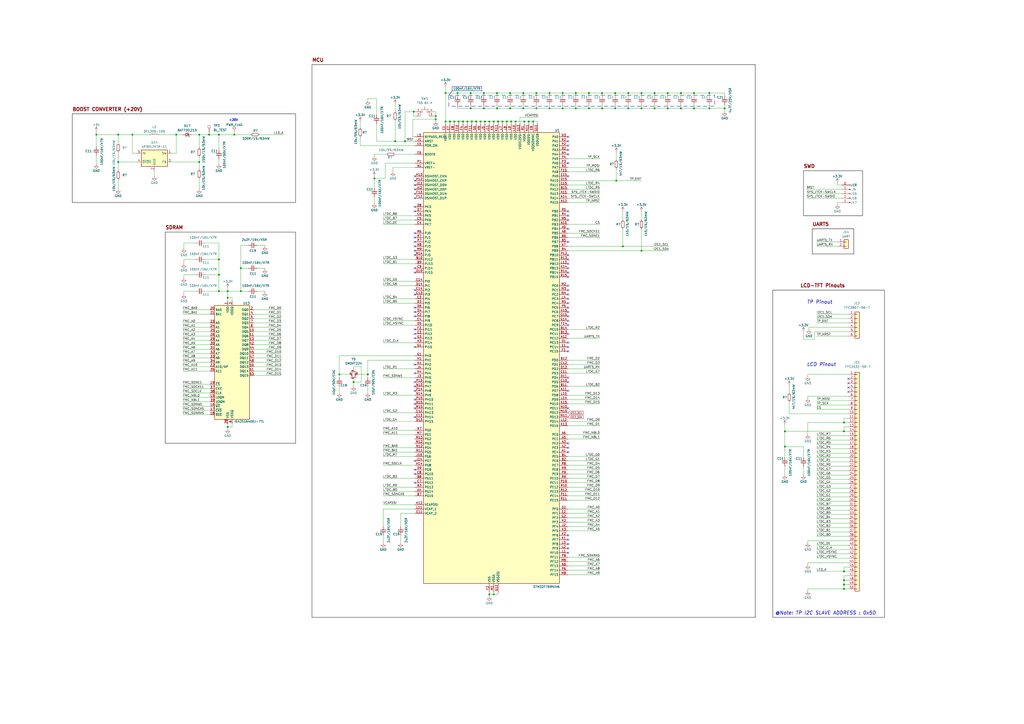
<source format=kicad_sch>
(kicad_sch (version 20230121) (generator eeschema)
  (paper "A2")
  (title_block (title "Procesor") (date "2023-08-20"))
  (lib_symbols
    (symbol "Connector:Conn_01x01_Pin" (pin_names (offset 1.016) hide)
      (property "Reference" "J" (at 0 2.54 0))
      (property "Value" "Conn_01x01_Pin" (at 0 -2.54 0))
      (symbol "Conn_01x01_Pin_1_1"
        (pin passive line (at 5.08 0 180) (length 3.81) (name "Pin_1") (number "1"))
      )
    )
    (symbol "Connector:TestPoint" (pin_numbers hide) (pin_names (offset 0.762) hide)
      (property "Reference" "TP" (at 0 6.858 0))
      (property "Value" "TestPoint" (at 0 5.08 0))
      (symbol "TestPoint_1_1"
        (pin passive line (at 0 0 90) (length 2.54) (name "1") (number "1"))
      )
    )
    (symbol "Connector_Generic:Conn_01x02" (pin_names (offset 1.016) hide)
      (property "Reference" "J" (at 0 2.54 0))
      (property "Value" "Conn_01x02" (at 0 -5.08 0))
      (symbol "Conn_01x02_1_1"
        (pin passive line (at -5.08 0 0) (length 3.81) (name "Pin_1") (number "1"))
        (pin passive line (at -5.08 -2.54 0) (length 3.81) (name "Pin_2") (number "2"))
      )
    )
    (symbol "Connector_Generic:Conn_01x06" (pin_names (offset 1.016) hide)
      (property "Reference" "J" (at 0 7.62 0))
      (property "Value" "Conn_01x06" (at 0 -10.16 0))
      (symbol "Conn_01x06_1_1"
        (pin passive line (at -5.08 5.08 0) (length 3.81) (name "Pin_1") (number "1"))
        (pin passive line (at -5.08 2.54 0) (length 3.81) (name "Pin_2") (number "2"))
        (pin passive line (at -5.08 0 0) (length 3.81) (name "Pin_3") (number "3"))
        (pin passive line (at -5.08 -2.54 0) (length 3.81) (name "Pin_4") (number "4"))
        (pin passive line (at -5.08 -5.08 0) (length 3.81) (name "Pin_5") (number "5"))
        (pin passive line (at -5.08 -7.62 0) (length 3.81) (name "Pin_6") (number "6"))
      )
    )
    (symbol "Connector_Generic:Conn_01x40" (pin_names (offset 1.016) hide)
      (property "Reference" "J11" (at 2.54 -0.635 0))
      (property "Value" "Conn_01x40" (at 2.54 -3.175 0))
      (symbol "Conn_01x40_1_1"
        (pin passive line (at -5.08 48.26 0) (length 3.81) (name "Pin_1") (number "1"))
        (pin passive line (at -5.08 25.4 0) (length 3.81) (name "Pin_10") (number "10"))
        (pin passive line (at -5.08 22.86 0) (length 3.81) (name "Pin_11") (number "11"))
        (pin passive line (at -5.08 20.32 0) (length 3.81) (name "Pin_12") (number "12"))
        (pin passive line (at -5.08 17.78 0) (length 3.81) (name "Pin_13") (number "13"))
        (pin passive line (at -5.08 15.24 0) (length 3.81) (name "Pin_14") (number "14"))
        (pin passive line (at -5.08 12.7 0) (length 3.81) (name "Pin_15") (number "15"))
        (pin passive line (at -5.08 10.16 0) (length 3.81) (name "Pin_16") (number "16"))
        (pin passive line (at -5.08 7.62 0) (length 3.81) (name "Pin_17") (number "17"))
        (pin passive line (at -5.08 5.08 0) (length 3.81) (name "Pin_18") (number "18"))
        (pin passive line (at -5.08 2.54 0) (length 3.81) (name "Pin_19") (number "19"))
        (pin passive line (at -5.08 45.72 0) (length 3.81) (name "Pin_2") (number "2"))
        (pin passive line (at -5.08 0 0) (length 3.81) (name "Pin_20") (number "20"))
        (pin passive line (at -5.08 -2.54 0) (length 3.81) (name "Pin_21") (number "21"))
        (pin passive line (at -5.08 -5.08 0) (length 3.81) (name "Pin_22") (number "22"))
        (pin passive line (at -5.08 -7.62 0) (length 3.81) (name "Pin_23") (number "23"))
        (pin passive line (at -5.08 -10.16 0) (length 3.81) (name "Pin_24") (number "24"))
        (pin passive line (at -5.08 -12.7 0) (length 3.81) (name "Pin_25") (number "25"))
        (pin passive line (at -5.08 -15.24 0) (length 3.81) (name "Pin_26") (number "26"))
        (pin passive line (at -5.08 -17.78 0) (length 3.81) (name "Pin_27") (number "27"))
        (pin passive line (at -5.08 -20.32 0) (length 3.81) (name "Pin_28") (number "28"))
        (pin passive line (at -5.08 -22.86 0) (length 3.81) (name "Pin_29") (number "29"))
        (pin passive line (at -5.08 43.18 0) (length 3.81) (name "Pin_3") (number "3"))
        (pin passive line (at -5.08 -25.4 0) (length 3.81) (name "Pin_30") (number "30"))
        (pin passive line (at -5.08 -27.94 0) (length 3.81) (name "Pin_31") (number "31"))
        (pin passive line (at -5.08 -30.48 0) (length 3.81) (name "Pin_32") (number "32"))
        (pin passive line (at -5.08 -33.02 0) (length 3.81) (name "Pin_33") (number "33"))
        (pin passive line (at -5.08 -35.56 0) (length 3.81) (name "Pin_34") (number "34"))
        (pin passive line (at -5.08 -38.1 0) (length 3.81) (name "Pin_35") (number "35"))
        (pin passive line (at -5.08 -40.64 0) (length 3.81) (name "Pin_36") (number "36"))
        (pin passive line (at -5.08 -43.18 0) (length 3.81) (name "Pin_37") (number "37"))
        (pin passive line (at -5.08 -45.72 0) (length 3.81) (name "Pin_38") (number "38"))
        (pin passive line (at -5.08 -48.26 0) (length 3.81) (name "Pin_39") (number "39"))
        (pin passive line (at -5.08 40.64 0) (length 3.81) (name "Pin_4") (number "4"))
        (pin passive line (at -5.08 -50.8 0) (length 3.81) (name "Pin_40") (number "40"))
        (pin passive line (at -5.08 -53.34 0) (length 3.81) (name "Pin_40") (number "41"))
        (pin passive line (at -5.08 -55.88 0) (length 3.81) (name "Pin_40") (number "42"))
        (pin passive line (at -5.08 -58.42 0) (length 3.81) (name "Pin_40") (number "43"))
        (pin passive line (at -5.08 -60.96 0) (length 3.81) (name "Pin_40") (number "44"))
        (pin passive line (at -5.08 -63.5 0) (length 3.81) (name "Pin_40") (number "45"))
        (pin passive line (at -5.08 -66.04 0) (length 3.81) (name "Pin_40") (number "46"))
        (pin passive line (at -5.08 -68.58 0) (length 3.81) (name "Pin_40") (number "47"))
        (pin passive line (at -5.08 -71.12 0) (length 3.81) (name "Pin_40") (number "48"))
        (pin passive line (at -5.08 -73.66 0) (length 3.81) (name "Pin_40") (number "49"))
        (pin passive line (at -5.08 38.1 0) (length 3.81) (name "Pin_5") (number "5"))
        (pin passive line (at -5.08 -76.2 0) (length 3.81) (name "Pin_40") (number "50"))
        (pin passive line (at -5.08 35.56 0) (length 3.81) (name "Pin_6") (number "6"))
        (pin passive line (at -5.08 33.02 0) (length 3.81) (name "Pin_7") (number "7"))
        (pin passive line (at -5.08 30.48 0) (length 3.81) (name "Pin_8") (number "8"))
        (pin passive line (at -5.08 27.94 0) (length 3.81) (name "Pin_9") (number "9"))
      )
    )
    (symbol "Device:C_Small" (pin_numbers hide) (pin_names (offset 0.254) hide)
      (property "Reference" "C" (at 0.254 1.778 0))
      (property "Value" "C_Small" (at 0.254 -2.032 0))
      (symbol "C_Small_1_1"
        (pin passive line (at 0 2.54 270) (length 2.032) (name "~") (number "1"))
        (pin passive line (at 0 -2.54 90) (length 2.032) (name "~") (number "2"))
      )
    )
    (symbol "Device:Crystal_GND24_Small" (pin_names (offset 1.016) hide)
      (property "Reference" "Y" (at 1.27 4.445 0))
      (property "Value" "Crystal_GND24_Small" (at 1.27 2.54 0))
      (symbol "Crystal_GND24_Small_1_1"
        (pin passive line (at -2.54 0 0) (length 1.27) (name "1") (number "1"))
        (pin passive line (at 0 -2.54 90) (length 0.635) (name "2") (number "2"))
        (pin passive line (at 2.54 0 180) (length 1.27) (name "3") (number "3"))
        (pin passive line (at 0 2.54 270) (length 0.635) (name "4") (number "4"))
      )
    )
    (symbol "Device:D_Schottky_Small" (pin_numbers hide) (pin_names (offset 0.254) hide)
      (property "Reference" "D" (at -1.27 2.032 0))
      (property "Value" "D_Schottky_Small" (at -7.112 -2.032 0))
      (symbol "D_Schottky_Small_1_1"
        (pin passive line (at -2.54 0 0) (length 1.778) (name "K") (number "1"))
        (pin passive line (at 2.54 0 180) (length 1.778) (name "A") (number "2"))
      )
    )
    (symbol "Device:L_Small" (pin_numbers hide) (pin_names (offset 0.254) hide)
      (property "Reference" "L" (at 0.762 1.016 0))
      (property "Value" "L_Small" (at 0.762 -1.016 0))
      (symbol "L_Small_1_1"
        (pin passive line (at 0 2.54 270) (length 0.508) (name "~") (number "1"))
        (pin passive line (at 0 -2.54 90) (length 0.508) (name "~") (number "2"))
      )
    )
    (symbol "Device:R_Small" (pin_numbers hide) (pin_names (offset 0.254) hide)
      (property "Reference" "R" (at 0.762 0.508 0))
      (property "Value" "R_Small" (at 0.762 -1.016 0))
      (symbol "R_Small_1_1"
        (pin passive line (at 0 2.54 270) (length 0.762) (name "~") (number "1"))
        (pin passive line (at 0 -2.54 90) (length 0.762) (name "~") (number "2"))
      )
    )
    (symbol "MCU_ST_STM32F7:STM32F769NIHx"
      (property "Reference" "U" (at -38.1 133.35 0))
      (property "Value" "STM32F769NIHx" (at 30.48 133.35 0))
      (symbol "STM32F769NIHx_1_1"
        (pin bidirectional line (at 45.72 -53.34 180) (length 5.08) (name "PE4") (number "A1"))
        (pin bidirectional line (at 45.72 78.74 180) (length 5.08) (name "PB3") (number "A10"))
        (pin bidirectional line (at 45.72 -17.78 180) (length 5.08) (name "PD7") (number "A11"))
        (pin bidirectional line (at 45.72 12.7 180) (length 5.08) (name "PC12") (number "A12"))
        (pin bidirectional line (at 45.72 91.44 180) (length 5.08) (name "PA15") (number "A13"))
        (pin bidirectional line (at 45.72 93.98 180) (length 5.08) (name "PA14") (number "A14"))
        (pin bidirectional line (at 45.72 96.52 180) (length 5.08) (name "PA13") (number "A15"))
        (pin bidirectional line (at 45.72 -50.8 180) (length 5.08) (name "PE3") (number "A2"))
        (pin bidirectional line (at 45.72 -48.26 180) (length 5.08) (name "PE2") (number "A3"))
        (pin bidirectional line (at -43.18 -76.2 0) (length 5.08) (name "PG14") (number "A4"))
        (pin bidirectional line (at 45.72 -45.72 180) (length 5.08) (name "PE1") (number "A5"))
        (pin bidirectional line (at 45.72 -43.18 180) (length 5.08) (name "PE0") (number "A6"))
        (pin bidirectional line (at 45.72 66.04 180) (length 5.08) (name "PB8") (number "A7"))
        (pin bidirectional line (at 45.72 73.66 180) (length 5.08) (name "PB5") (number "A8"))
        (pin bidirectional line (at 45.72 76.2 180) (length 5.08) (name "PB4") (number "A9"))
        (pin bidirectional line (at 45.72 -55.88 180) (length 5.08) (name "PE5") (number "B1"))
        (pin bidirectional line (at -43.18 58.42 0) (length 5.08) (name "PJ12") (number "B10"))
        (pin bidirectional line (at 45.72 -15.24 180) (length 5.08) (name "PD6") (number "B11"))
        (pin bidirectional line (at 45.72 0 180) (length 5.08) (name "PD0") (number "B12"))
        (pin bidirectional line (at 45.72 15.24 180) (length 5.08) (name "PC11") (number "B13"))
        (pin bidirectional line (at 45.72 17.78 180) (length 5.08) (name "PC10") (number "B14"))
        (pin bidirectional line (at 45.72 99.06 180) (length 5.08) (name "PA12") (number "B15"))
        (pin bidirectional line (at 45.72 -58.42 180) (length 5.08) (name "PE6") (number "B2"))
        (pin bidirectional line (at -43.18 -73.66 0) (length 5.08) (name "PG13") (number "B3"))
        (pin bidirectional line (at 45.72 63.5 180) (length 5.08) (name "PB9") (number "B4"))
        (pin bidirectional line (at 45.72 68.58 180) (length 5.08) (name "PB7") (number "B5"))
        (pin bidirectional line (at 45.72 71.12 180) (length 5.08) (name "PB6") (number "B6"))
        (pin bidirectional line (at -43.18 -78.74 0) (length 5.08) (name "PG15") (number "B7"))
        (pin bidirectional line (at -43.18 -68.58 0) (length 5.08) (name "PG11") (number "B8"))
        (pin bidirectional line (at -43.18 55.88 0) (length 5.08) (name "PJ13") (number "B9"))
        (pin power_in line (at -25.4 137.16 270) (length 5.08) (name "VBAT") (number "C1"))
        (pin bidirectional line (at 45.72 -12.7 180) (length 5.08) (name "PD5") (number "C10"))
        (pin bidirectional line (at 45.72 -7.62 180) (length 5.08) (name "PD3") (number "C11"))
        (pin bidirectional line (at 45.72 -2.54 180) (length 5.08) (name "PD1") (number "C12"))
        (pin bidirectional line (at -43.18 38.1 0) (length 5.08) (name "PI3") (number "C13"))
        (pin bidirectional line (at -43.18 40.64 0) (length 5.08) (name "PI2") (number "C14"))
        (pin bidirectional line (at 45.72 101.6 180) (length 5.08) (name "PA11") (number "C15"))
        (pin bidirectional line (at -43.18 25.4 0) (length 5.08) (name "PI8") (number "C2"))
        (pin bidirectional line (at -43.18 35.56 0) (length 5.08) (name "PI4") (number "C3"))
        (pin bidirectional line (at -43.18 78.74 0) (length 5.08) (name "PK7") (number "C4"))
        (pin bidirectional line (at -43.18 81.28 0) (length 5.08) (name "PK6") (number "C5"))
        (pin bidirectional line (at -43.18 83.82 0) (length 5.08) (name "PK5") (number "C6"))
        (pin bidirectional line (at -43.18 -71.12 0) (length 5.08) (name "PG12") (number "C7"))
        (pin bidirectional line (at -43.18 -66.04 0) (length 5.08) (name "PG10") (number "C8"))
        (pin bidirectional line (at -43.18 53.34 0) (length 5.08) (name "PJ14") (number "C9"))
        (pin bidirectional line (at 45.72 10.16 180) (length 5.08) (name "PC13") (number "D1"))
        (pin bidirectional line (at -43.18 50.8 0) (length 5.08) (name "PJ15") (number "D10"))
        (pin bidirectional line (at 45.72 -10.16 180) (length 5.08) (name "PD4") (number "D11"))
        (pin bidirectional line (at 45.72 -5.08 180) (length 5.08) (name "PD2") (number "D12"))
        (pin bidirectional line (at -43.18 -35.56 0) (length 5.08) (name "PH15") (number "D13"))
        (pin bidirectional line (at -43.18 43.18 0) (length 5.08) (name "PI1") (number "D14"))
        (pin bidirectional line (at 45.72 104.14 180) (length 5.08) (name "PA10") (number "D15"))
        (pin bidirectional line (at 45.72 -86.36 180) (length 5.08) (name "PF0") (number "D2"))
        (pin bidirectional line (at -43.18 33.02 0) (length 5.08) (name "PI5") (number "D3"))
        (pin bidirectional line (at -43.18 27.94 0) (length 5.08) (name "PI7") (number "D4"))
        (pin bidirectional line (at -43.18 20.32 0) (length 5.08) (name "PI10") (number "D5"))
        (pin bidirectional line (at -43.18 30.48 0) (length 5.08) (name "PI6") (number "D6"))
        (pin bidirectional line (at -43.18 86.36 0) (length 5.08) (name "PK4") (number "D7"))
        (pin bidirectional line (at -43.18 88.9 0) (length 5.08) (name "PK3") (number "D8"))
        (pin bidirectional line (at -43.18 -63.5 0) (length 5.08) (name "PG9") (number "D9"))
        (pin bidirectional line (at 45.72 7.62 180) (length 5.08) (name "PC14") (number "E1"))
        (pin power_in line (at -17.78 137.16 270) (length 5.08) (name "VDD") (number "E10"))
        (pin power_out line (at -43.18 -88.9 0) (length 5.08) (name "VCAP_2") (number "E11"))
        (pin bidirectional line (at -43.18 -30.48 0) (length 5.08) (name "PH13") (number "E12"))
        (pin bidirectional line (at -43.18 -33.02 0) (length 5.08) (name "PH14") (number "E13"))
        (pin bidirectional line (at -43.18 45.72 0) (length 5.08) (name "PI0") (number "E14"))
        (pin bidirectional line (at 45.72 106.68 180) (length 5.08) (name "PA9") (number "E15"))
        (pin bidirectional line (at 45.72 -88.9 180) (length 5.08) (name "PF1") (number "E2"))
        (pin bidirectional line (at -43.18 15.24 0) (length 5.08) (name "PI12") (number "E3"))
        (pin bidirectional line (at -43.18 22.86 0) (length 5.08) (name "PI9") (number "E4"))
        (pin input line (at -43.18 124.46 0) (length 5.08) (name "PDR_ON") (number "E5"))
        (pin input line (at -43.18 119.38 0) (length 5.08) (name "BOOT0") (number "E6"))
        (pin power_in line (at -22.86 137.16 270) (length 5.08) (name "VDD") (number "E7"))
        (pin power_in line (at -20.32 137.16 270) (length 5.08) (name "VDD") (number "E8"))
        (pin power_in line (at 25.4 137.16 270) (length 5.08) (name "VDDSDMMC") (number "E9"))
        (pin bidirectional line (at 45.72 5.08 180) (length 5.08) (name "PC15") (number "F1"))
        (pin passive line (at 0 -134.62 90) (length 5.08) hide (name "VSS") (number "F10"))
        (pin power_in line (at -10.16 137.16 270) (length 5.08) (name "VDD") (number "F11"))
        (pin bidirectional line (at -43.18 93.98 0) (length 5.08) (name "DSIHOST_D1P") (number "F12"))
        (pin bidirectional line (at -43.18 96.52 0) (length 5.08) (name "DSIHOST_D1N") (number "F13"))
        (pin bidirectional line (at 45.72 20.32 180) (length 5.08) (name "PC9") (number "F14"))
        (pin bidirectional line (at 45.72 109.22 180) (length 5.08) (name "PA8") (number "F15"))
        (pin power_in line (at 0 -134.62 90) (length 5.08) (name "VSS") (number "F2"))
        (pin bidirectional line (at -43.18 17.78 0) (length 5.08) (name "PI11") (number "F3"))
        (pin power_in line (at -15.24 137.16 270) (length 5.08) (name "VDD") (number "F4"))
        (pin power_in line (at -12.7 137.16 270) (length 5.08) (name "VDD") (number "F5"))
        (pin passive line (at 0 -134.62 90) (length 5.08) hide (name "VSS") (number "F6"))
        (pin passive line (at 0 -134.62 90) (length 5.08) hide (name "VSS") (number "F7"))
        (pin passive line (at 0 -134.62 90) (length 5.08) hide (name "VSS") (number "F8"))
        (pin passive line (at 0 -134.62 90) (length 5.08) hide (name "VSS") (number "F9"))
        (pin bidirectional line (at -43.18 2.54 0) (length 5.08) (name "PH0") (number "G1"))
        (pin passive line (at 0 -134.62 90) (length 5.08) hide (name "VSS") (number "G10"))
        (pin power_in line (at 27.94 137.16 270) (length 5.08) (name "VDDUSB") (number "G11"))
        (pin power_in line (at 5.08 -134.62 90) (length 5.08) (name "VSSDSI") (number "G12"))
        (pin power_in line (at 17.78 137.16 270) (length 5.08) (name "VDD12DSI") (number "G13"))
        (pin bidirectional line (at 45.72 22.86 180) (length 5.08) (name "PC8") (number "G14"))
        (pin bidirectional line (at 45.72 25.4 180) (length 5.08) (name "PC7") (number "G15"))
        (pin bidirectional line (at 45.72 -91.44 180) (length 5.08) (name "PF2") (number "G2"))
        (pin bidirectional line (at -43.18 12.7 0) (length 5.08) (name "PI13") (number "G3"))
        (pin bidirectional line (at -43.18 7.62 0) (length 5.08) (name "PI15") (number "G4"))
        (pin power_in line (at -7.62 137.16 270) (length 5.08) (name "VDD") (number "G5"))
        (pin passive line (at 0 -134.62 90) (length 5.08) hide (name "VSS") (number "G6"))
        (pin bidirectional line (at -43.18 0 0) (length 5.08) (name "PH1") (number "H1"))
        (pin passive line (at 0 -134.62 90) (length 5.08) hide (name "VSS") (number "H10"))
        (pin power_in line (at 22.86 137.16 270) (length 5.08) (name "VDDDSI") (number "H11"))
        (pin bidirectional line (at -43.18 104.14 0) (length 5.08) (name "DSIHOST_CKP") (number "H12"))
        (pin bidirectional line (at -43.18 106.68 0) (length 5.08) (name "DSIHOST_CKN") (number "H13"))
        (pin bidirectional line (at -43.18 -60.96 0) (length 5.08) (name "PG8") (number "H14"))
        (pin bidirectional line (at 45.72 27.94 180) (length 5.08) (name "PC6") (number "H15"))
        (pin bidirectional line (at 45.72 -93.98 180) (length 5.08) (name "PF3") (number "H2"))
        (pin bidirectional line (at -43.18 10.16 0) (length 5.08) (name "PI14") (number "H3"))
        (pin bidirectional line (at -43.18 -7.62 0) (length 5.08) (name "PH4") (number "H4"))
        (pin power_in line (at -5.08 137.16 270) (length 5.08) (name "VDD") (number "H5"))
        (pin passive line (at 0 -134.62 90) (length 5.08) hide (name "VSS") (number "H6"))
        (pin input line (at -43.18 127 0) (length 5.08) (name "NRST") (number "J1"))
        (pin passive line (at 0 -134.62 90) (length 5.08) hide (name "VSS") (number "J10"))
        (pin power_in line (at 0 137.16 270) (length 5.08) (name "VDD") (number "J11"))
        (pin bidirectional line (at -43.18 99.06 0) (length 5.08) (name "DSIHOST_D0P") (number "J12"))
        (pin bidirectional line (at -43.18 101.6 0) (length 5.08) (name "DSIHOST_D0N") (number "J13"))
        (pin bidirectional line (at -43.18 -58.42 0) (length 5.08) (name "PG7") (number "J14"))
        (pin bidirectional line (at -43.18 -55.88 0) (length 5.08) (name "PG6") (number "J15"))
        (pin bidirectional line (at 45.72 -96.52 180) (length 5.08) (name "PF4") (number "J2"))
        (pin bidirectional line (at -43.18 -10.16 0) (length 5.08) (name "PH5") (number "J3"))
        (pin bidirectional line (at -43.18 -5.08 0) (length 5.08) (name "PH3") (number "J4"))
        (pin power_in line (at -2.54 137.16 270) (length 5.08) (name "VDD") (number "J5"))
        (pin passive line (at 0 -134.62 90) (length 5.08) hide (name "VSS") (number "J6"))
        (pin bidirectional line (at 45.72 -104.14 180) (length 5.08) (name "PF7") (number "K1"))
        (pin passive line (at 0 -134.62 90) (length 5.08) hide (name "VSS") (number "K10"))
        (pin power_in line (at 5.08 137.16 270) (length 5.08) (name "VDD") (number "K11"))
        (pin power_out line (at -43.18 -83.82 0) (length 5.08) (name "VCAPDSI") (number "K12"))
        (pin bidirectional line (at 45.72 -38.1 180) (length 5.08) (name "PD15") (number "K13"))
        (pin bidirectional line (at 45.72 53.34 180) (length 5.08) (name "PB13") (number "K14"))
        (pin bidirectional line (at 45.72 -25.4 180) (length 5.08) (name "PD10") (number "K15"))
        (pin bidirectional line (at 45.72 -101.6 180) (length 5.08) (name "PF6") (number "K2"))
        (pin bidirectional line (at 45.72 -99.06 180) (length 5.08) (name "PF5") (number "K3"))
        (pin bidirectional line (at -43.18 -2.54 0) (length 5.08) (name "PH2") (number "K4"))
        (pin power_in line (at 2.54 137.16 270) (length 5.08) (name "VDD") (number "K5"))
        (pin passive line (at 0 -134.62 90) (length 5.08) hide (name "VSS") (number "K6"))
        (pin passive line (at 0 -134.62 90) (length 5.08) hide (name "VSS") (number "K7"))
        (pin passive line (at 0 -134.62 90) (length 5.08) hide (name "VSS") (number "K8"))
        (pin passive line (at 0 -134.62 90) (length 5.08) hide (name "VSS") (number "K9"))
        (pin bidirectional line (at 45.72 -111.76 180) (length 5.08) (name "PF10") (number "L1"))
        (pin power_in line (at 15.24 137.16 270) (length 5.08) (name "VDD") (number "L10"))
        (pin power_out line (at -43.18 -86.36 0) (length 5.08) (name "VCAP_1") (number "L11"))
        (pin bidirectional line (at 45.72 -35.56 180) (length 5.08) (name "PD14") (number "L12"))
        (pin bidirectional line (at 45.72 55.88 180) (length 5.08) (name "PB12") (number "L13"))
        (pin bidirectional line (at 45.72 -22.86 180) (length 5.08) (name "PD9") (number "L14"))
        (pin bidirectional line (at 45.72 -20.32 180) (length 5.08) (name "PD8") (number "L15"))
        (pin bidirectional line (at 45.72 -109.22 180) (length 5.08) (name "PF9") (number "L2"))
        (pin bidirectional line (at 45.72 -106.68 180) (length 5.08) (name "PF8") (number "L3"))
        (pin bidirectional line (at 45.72 35.56 180) (length 5.08) (name "PC3") (number "L4"))
        (pin input line (at -43.18 129.54 0) (length 5.08) (name "BYPASS_REG") (number "L5"))
        (pin passive line (at 0 -134.62 90) (length 5.08) hide (name "VSS") (number "L6"))
        (pin power_in line (at 7.62 137.16 270) (length 5.08) (name "VDD") (number "L7"))
        (pin power_in line (at 10.16 137.16 270) (length 5.08) (name "VDD") (number "L8"))
        (pin power_in line (at 12.7 137.16 270) (length 5.08) (name "VDD") (number "L9"))
        (pin power_in line (at 2.54 -134.62 90) (length 5.08) (name "VSSA") (number "M1"))
        (pin bidirectional line (at 45.72 -30.48 180) (length 5.08) (name "PD12") (number "M10"))
        (pin bidirectional line (at 45.72 -33.02 180) (length 5.08) (name "PD13") (number "M11"))
        (pin bidirectional line (at -43.18 -48.26 0) (length 5.08) (name "PG3") (number "M12"))
        (pin bidirectional line (at -43.18 -45.72 0) (length 5.08) (name "PG2") (number "M13"))
        (pin bidirectional line (at -43.18 60.96 0) (length 5.08) (name "PJ5") (number "M14"))
        (pin bidirectional line (at -43.18 -27.94 0) (length 5.08) (name "PH12") (number "M15"))
        (pin bidirectional line (at 45.72 43.18 180) (length 5.08) (name "PC0") (number "M2"))
        (pin bidirectional line (at 45.72 40.64 180) (length 5.08) (name "PC1") (number "M3"))
        (pin bidirectional line (at 45.72 38.1 180) (length 5.08) (name "PC2") (number "M4"))
        (pin bidirectional line (at 45.72 81.28 180) (length 5.08) (name "PB2") (number "M5"))
        (pin bidirectional line (at 45.72 -116.84 180) (length 5.08) (name "PF12") (number "M6"))
        (pin bidirectional line (at -43.18 -43.18 0) (length 5.08) (name "PG1") (number "M7"))
        (pin bidirectional line (at 45.72 -124.46 180) (length 5.08) (name "PF15") (number "M8"))
        (pin bidirectional line (at -43.18 63.5 0) (length 5.08) (name "PJ4") (number "M9"))
        (pin input line (at -43.18 111.76 0) (length 5.08) (name "VREF-") (number "N1"))
        (pin bidirectional line (at 45.72 -27.94 180) (length 5.08) (name "PD11") (number "N10"))
        (pin bidirectional line (at -43.18 -53.34 0) (length 5.08) (name "PG5") (number "N11"))
        (pin bidirectional line (at -43.18 -50.8 0) (length 5.08) (name "PG4") (number "N12"))
        (pin bidirectional line (at -43.18 -15.24 0) (length 5.08) (name "PH7") (number "N13"))
        (pin bidirectional line (at -43.18 -20.32 0) (length 5.08) (name "PH9") (number "N14"))
        (pin bidirectional line (at -43.18 -25.4 0) (length 5.08) (name "PH11") (number "N15"))
        (pin bidirectional line (at 45.72 127 180) (length 5.08) (name "PA1") (number "N2"))
        (pin bidirectional line (at 45.72 129.54 180) (length 5.08) (name "PA0") (number "N3"))
        (pin bidirectional line (at 45.72 119.38 180) (length 5.08) (name "PA4") (number "N4"))
        (pin bidirectional line (at 45.72 33.02 180) (length 5.08) (name "PC4") (number "N5"))
        (pin bidirectional line (at 45.72 -119.38 180) (length 5.08) (name "PF13") (number "N6"))
        (pin bidirectional line (at -43.18 -40.64 0) (length 5.08) (name "PG0") (number "N7"))
        (pin bidirectional line (at -43.18 66.04 0) (length 5.08) (name "PJ3") (number "N8"))
        (pin bidirectional line (at 45.72 -63.5 180) (length 5.08) (name "PE8") (number "N9"))
        (pin input line (at -43.18 114.3 0) (length 5.08) (name "VREF+") (number "P1"))
        (pin bidirectional line (at 45.72 -71.12 180) (length 5.08) (name "PE11") (number "P10"))
        (pin bidirectional line (at 45.72 -78.74 180) (length 5.08) (name "PE14") (number "P11"))
        (pin bidirectional line (at 45.72 60.96 180) (length 5.08) (name "PB10") (number "P12"))
        (pin bidirectional line (at -43.18 -12.7 0) (length 5.08) (name "PH6") (number "P13"))
        (pin bidirectional line (at -43.18 -17.78 0) (length 5.08) (name "PH8") (number "P14"))
        (pin bidirectional line (at -43.18 -22.86 0) (length 5.08) (name "PH10") (number "P15"))
        (pin bidirectional line (at 45.72 124.46 180) (length 5.08) (name "PA2") (number "P2"))
        (pin bidirectional line (at 45.72 114.3 180) (length 5.08) (name "PA6") (number "P3"))
        (pin bidirectional line (at 45.72 116.84 180) (length 5.08) (name "PA5") (number "P4"))
        (pin bidirectional line (at 45.72 30.48 180) (length 5.08) (name "PC5") (number "P5"))
        (pin bidirectional line (at 45.72 -121.92 180) (length 5.08) (name "PF14") (number "P6"))
        (pin bidirectional line (at -43.18 68.58 0) (length 5.08) (name "PJ2") (number "P7"))
        (pin bidirectional line (at 45.72 -114.3 180) (length 5.08) (name "PF11") (number "P8"))
        (pin bidirectional line (at 45.72 -66.04 180) (length 5.08) (name "PE9") (number "P9"))
        (pin power_in line (at 20.32 137.16 270) (length 5.08) (name "VDDA") (number "R1"))
        (pin bidirectional line (at 45.72 -73.66 180) (length 5.08) (name "PE12") (number "R10"))
        (pin bidirectional line (at 45.72 -81.28 180) (length 5.08) (name "PE15") (number "R11"))
        (pin bidirectional line (at 45.72 -76.2 180) (length 5.08) (name "PE13") (number "R12"))
        (pin bidirectional line (at 45.72 58.42 180) (length 5.08) (name "PB11") (number "R13"))
        (pin bidirectional line (at 45.72 50.8 180) (length 5.08) (name "PB14") (number "R14"))
        (pin bidirectional line (at 45.72 48.26 180) (length 5.08) (name "PB15") (number "R15"))
        (pin bidirectional line (at 45.72 121.92 180) (length 5.08) (name "PA3") (number "R2"))
        (pin bidirectional line (at 45.72 111.76 180) (length 5.08) (name "PA7") (number "R3"))
        (pin bidirectional line (at 45.72 83.82 180) (length 5.08) (name "PB1") (number "R4"))
        (pin bidirectional line (at 45.72 86.36 180) (length 5.08) (name "PB0") (number "R5"))
        (pin bidirectional line (at -43.18 73.66 0) (length 5.08) (name "PJ0") (number "R6"))
        (pin bidirectional line (at -43.18 71.12 0) (length 5.08) (name "PJ1") (number "R7"))
        (pin bidirectional line (at 45.72 -60.96 180) (length 5.08) (name "PE7") (number "R8"))
        (pin bidirectional line (at 45.72 -68.58 180) (length 5.08) (name "PE10") (number "R9"))
      )
    )
    (symbol "Memory_RAM:AS4C4M16SA"
      (property "Reference" "U" (at -7.62 34.29 0))
      (property "Value" "AS4C4M16SA" (at 7.62 34.29 0))
      (symbol "AS4C4M16SA_1_1"
        (pin power_in line (at -2.54 35.56 270) (length 2.54) (name "VDD") (number "1"))
        (pin bidirectional line (at 12.7 17.78 180) (length 2.54) (name "DQ5") (number "10"))
        (pin bidirectional line (at 12.7 15.24 180) (length 2.54) (name "DQ6") (number "11"))
        (pin passive line (at 0 -35.56 90) (length 2.54) hide (name "VSSQ") (number "12"))
        (pin bidirectional line (at 12.7 12.7 180) (length 2.54) (name "DQ7") (number "13"))
        (pin passive line (at -2.54 35.56 270) (length 2.54) hide (name "VDD") (number "14"))
        (pin input line (at -12.7 -20.32 0) (length 2.54) (name "LDQM") (number "15"))
        (pin input line (at -12.7 -25.4 0) (length 2.54) (name "~{WE}") (number "16"))
        (pin input line (at -12.7 -27.94 0) (length 2.54) (name "~{CAS}") (number "17"))
        (pin input line (at -12.7 -30.48 0) (length 2.54) (name "~{RAS}") (number "18"))
        (pin input line (at -12.7 -12.7 0) (length 2.54) (name "~{CS}") (number "19"))
        (pin bidirectional line (at 12.7 30.48 180) (length 2.54) (name "DQ0") (number "2"))
        (pin input line (at -12.7 30.48 0) (length 2.54) (name "BA0") (number "20"))
        (pin input line (at -12.7 27.94 0) (length 2.54) (name "BA1") (number "21"))
        (pin input line (at -12.7 -2.54 0) (length 2.54) (name "A10/AP") (number "22"))
        (pin input line (at -12.7 22.86 0) (length 2.54) (name "A0") (number "23"))
        (pin input line (at -12.7 20.32 0) (length 2.54) (name "A1") (number "24"))
        (pin input line (at -12.7 17.78 0) (length 2.54) (name "A2") (number "25"))
        (pin input line (at -12.7 15.24 0) (length 2.54) (name "A3") (number "26"))
        (pin passive line (at -2.54 35.56 270) (length 2.54) hide (name "VDD") (number "27"))
        (pin power_in line (at -2.54 -35.56 90) (length 2.54) (name "VSS") (number "28"))
        (pin input line (at -12.7 12.7 0) (length 2.54) (name "A4") (number "29"))
        (pin power_in line (at 0 35.56 270) (length 2.54) (name "VDDQ") (number "3"))
        (pin input line (at -12.7 10.16 0) (length 2.54) (name "A5") (number "30"))
        (pin input line (at -12.7 7.62 0) (length 2.54) (name "A6") (number "31"))
        (pin input line (at -12.7 5.08 0) (length 2.54) (name "A7") (number "32"))
        (pin input line (at -12.7 2.54 0) (length 2.54) (name "A8") (number "33"))
        (pin input line (at -12.7 0 0) (length 2.54) (name "A9") (number "34"))
        (pin input line (at -12.7 -5.08 0) (length 2.54) (name "A11") (number "35"))
        (pin no_connect line (at 10.16 -17.78 180) (length 2.54) hide (name "NC") (number "36"))
        (pin input line (at -12.7 -15.24 0) (length 2.54) (name "CKE") (number "37"))
        (pin input line (at -12.7 -17.78 0) (length 2.54) (name "CLK") (number "38"))
        (pin input line (at -12.7 -22.86 0) (length 2.54) (name "UDQM") (number "39"))
        (pin bidirectional line (at 12.7 27.94 180) (length 2.54) (name "DQ1") (number "4"))
        (pin no_connect line (at 10.16 -20.32 180) (length 2.54) hide (name "NC/RFU") (number "40"))
        (pin passive line (at -2.54 -35.56 90) (length 2.54) hide (name "VSS") (number "41"))
        (pin bidirectional line (at 12.7 10.16 180) (length 2.54) (name "DQ8") (number "42"))
        (pin passive line (at 0 35.56 270) (length 2.54) hide (name "VDDQ") (number "43"))
        (pin bidirectional line (at 12.7 7.62 180) (length 2.54) (name "DQ9") (number "44"))
        (pin bidirectional line (at 12.7 5.08 180) (length 2.54) (name "DQ10") (number "45"))
        (pin passive line (at 0 -35.56 90) (length 2.54) hide (name "VSSQ") (number "46"))
        (pin bidirectional line (at 12.7 2.54 180) (length 2.54) (name "DQ11") (number "47"))
        (pin bidirectional line (at 12.7 0 180) (length 2.54) (name "DQ12") (number "48"))
        (pin passive line (at 0 35.56 270) (length 2.54) hide (name "VDDQ") (number "49"))
        (pin bidirectional line (at 12.7 25.4 180) (length 2.54) (name "DQ2") (number "5"))
        (pin bidirectional line (at 12.7 -2.54 180) (length 2.54) (name "DQ13") (number "50"))
        (pin bidirectional line (at 12.7 -5.08 180) (length 2.54) (name "DQ14") (number "51"))
        (pin passive line (at 0 -35.56 90) (length 2.54) hide (name "VSSQ") (number "52"))
        (pin bidirectional line (at 12.7 -7.62 180) (length 2.54) (name "DQ15") (number "53"))
        (pin passive line (at -2.54 -35.56 90) (length 2.54) hide (name "VSS") (number "54"))
        (pin power_in line (at 0 -35.56 90) (length 2.54) (name "VSSQ") (number "6"))
        (pin bidirectional line (at 12.7 22.86 180) (length 2.54) (name "DQ3") (number "7"))
        (pin bidirectional line (at 12.7 20.32 180) (length 2.54) (name "DQ4") (number "8"))
        (pin passive line (at 0 35.56 270) (length 2.54) hide (name "VDDQ") (number "9"))
      )
    )
    (symbol "Regulator_Switching:AP3012"
      (property "Reference" "U" (at -7.62 5.715 0))
      (property "Value" "AP3012" (at 0 5.715 0))
      (symbol "AP3012_1_1"
        (pin passive line (at 10.16 2.54 180) (length 2.54) (name "SW") (number "1"))
        (pin power_in line (at 0 -7.62 90) (length 2.54) (name "GND") (number "2"))
        (pin input line (at 10.16 -2.54 180) (length 2.54) (name "FB") (number "3"))
        (pin input line (at -10.16 -2.54 0) (length 2.54) (name "~{SHDN}") (number "4"))
        (pin power_in line (at -10.16 2.54 0) (length 2.54) (name "IN") (number "5"))
      )
    )
    (symbol "Switch:SW_MEC_5E" (pin_names (offset 1.016) hide)
      (property "Reference" "SW" (at 0.635 5.715 0))
      (property "Value" "SW_MEC_5E" (at 0 -3.175 0))
      (symbol "SW_MEC_5E_0_1"
        (pin passive line (at -5.08 2.54 0) (length 2.54) (name "1") (number "1"))
        (pin passive line (at -5.08 0 0) (length 2.54) (name "2") (number "2"))
        (pin passive line (at 5.08 0 180) (length 2.54) (name "K") (number "3"))
        (pin passive line (at 5.08 2.54 180) (length 2.54) (name "A") (number "4"))
      )
    )
    (symbol "power:+3.3V" (power) (pin_names (offset 0))
      (property "Value" "+3.3V" (at 0 3.556 0))
      (symbol "+3.3V_1_1"
        (pin power_in line (at 0 0 90) (length 0) hide (name "+3.3V") (number "1"))
      )
    )
    (symbol "power:+5V" (power) (pin_names (offset 0))
      (property "Value" "+5V" (at 0 3.556 0))
      (symbol "+5V_1_1"
        (pin power_in line (at 0 0 90) (length 0) hide (name "+5V") (number "1"))
      )
    )
    (symbol "power:GND" (power) (pin_names (offset 0))
      (property "Value" "GND" (at 0 -3.81 0))
      (symbol "GND_1_1"
        (pin power_in line (at 0 0 270) (length 0) hide (name "GND") (number "1"))
      )
    )
    (symbol "power:PWR_FLAG" (power) (pin_numbers hide) (pin_names (offset 0) hide)
      (property "Value" "PWR_FLAG" (at 0 3.81 0))
      (symbol "PWR_FLAG_0_0"
        (pin power_out line (at 0 0 90) (length 0) (name "pwr") (number "1"))
      )
    )
  )
  (junction (at 132.08 168.91))
  (junction (at 295.91 53.975))
  (junction (at 364.49 53.975))
  (junction (at 411.48 53.975))
  (junction (at 286.385 70.485))
  (junction (at 334.01 53.975))
  (junction (at 132.08 172.72))
  (junction (at 196.85 217.17))
  (junction (at 326.39 53.975))
  (junction (at 489.585 336.55))
  (junction (at 266.065 70.485))
  (junction (at 76.835 78.105))
  (junction (at 364.49 62.865))
  (junction (at 283.845 344.805))
  (junction (at 127 150.495))
  (junction (at 341.63 62.865))
  (junction (at 311.15 62.865))
  (junction (at 402.59 53.975))
  (junction (at 252.73 67.31))
  (junction (at 318.77 62.865))
  (junction (at 309.245 70.485))
  (junction (at 489.585 331.47))
  (junction (at 318.77 53.975))
  (junction (at 229.235 81.915))
  (junction (at 288.925 70.485))
  (junction (at 420.37 62.865))
  (junction (at 379.73 53.975))
  (junction (at 280.67 53.975))
  (junction (at 135.89 78.105))
  (junction (at 276.225 70.485))
  (junction (at 296.545 70.485))
  (junction (at 334.01 62.865))
  (junction (at 278.765 70.485))
  (junction (at 55.88 78.105))
  (junction (at 379.73 62.865))
  (junction (at 240.03 64.77))
  (junction (at 102.235 78.105))
  (junction (at 260.985 70.485))
  (junction (at 372.11 62.865))
  (junction (at 288.29 62.865))
  (junction (at 291.465 70.485))
  (junction (at 273.05 53.975))
  (junction (at 139.7 155.575))
  (junction (at 252.73 69.215))
  (junction (at 263.525 70.485))
  (junction (at 387.35 62.865))
  (junction (at 283.845 70.485))
  (junction (at 273.685 70.485))
  (junction (at 234.95 81.915))
  (junction (at 271.145 70.485))
  (junction (at 139.7 168.91))
  (junction (at 402.59 62.865))
  (junction (at 411.48 62.865))
  (junction (at 258.445 70.485))
  (junction (at 286.385 344.805))
  (junction (at 455.295 250.19))
  (junction (at 68.58 93.98))
  (junction (at 303.53 53.975))
  (junction (at 280.67 62.865))
  (junction (at 356.87 62.865))
  (junction (at 265.43 53.975))
  (junction (at 299.085 70.485))
  (junction (at 217.17 103.505))
  (junction (at 372.11 145.415))
  (junction (at 372.11 53.975))
  (junction (at 387.35 53.975))
  (junction (at 349.25 62.865))
  (junction (at 288.29 53.975))
  (junction (at 311.15 53.975))
  (junction (at 455.295 259.08))
  (junction (at 341.63 53.975))
  (junction (at 394.97 53.975))
  (junction (at 489.585 339.09))
  (junction (at 357.505 104.775))
  (junction (at 361.315 142.875))
  (junction (at 127 159.385))
  (junction (at 489.585 341.63))
  (junction (at 349.25 53.975))
  (junction (at 115.57 78.105))
  (junction (at 68.58 78.105))
  (junction (at 489.585 245.11))
  (junction (at 294.005 70.485))
  (junction (at 273.05 62.865))
  (junction (at 304.165 70.485))
  (junction (at 281.305 70.485))
  (junction (at 121.285 78.105))
  (junction (at 489.585 250.19))
  (junction (at 295.91 62.865))
  (junction (at 127 168.91))
  (junction (at 268.605 70.485))
  (junction (at 356.87 53.975))
  (junction (at 258.445 53.975))
  (junction (at 394.97 62.865))
  (junction (at 132.08 247.65))
  (junction (at 306.705 70.485))
  (junction (at 115.57 93.98))
  (junction (at 326.39 62.865))
  (junction (at 205.105 221.615))
  (junction (at 213.36 217.17))
  (junction (at 127 78.105))
  (junction (at 303.53 62.865))
  (no_connect (at 329.565 122.555))
  (no_connect (at 329.565 259.715))
  (no_connect (at 329.565 198.755))
  (no_connect (at 240.665 178.435))
  (no_connect (at 329.565 201.295))
  (no_connect (at 240.665 274.955))
  (no_connect (at 240.665 211.455))
  (no_connect (at 240.665 234.315))
  (no_connect (at 240.665 236.855))
  (no_connect (at 329.565 125.095))
  (no_connect (at 329.565 147.955))
  (no_connect (at 329.565 158.115))
  (no_connect (at 329.565 188.595))
  (no_connect (at 240.665 122.555))
  (no_connect (at 329.565 318.135))
  (no_connect (at 240.665 226.695))
  (no_connect (at 240.665 107.315))
  (no_connect (at 329.565 89.535))
  (no_connect (at 329.565 193.675))
  (no_connect (at 329.565 178.435))
  (no_connect (at 329.565 140.335))
  (no_connect (at 240.665 112.395))
  (no_connect (at 240.665 120.015))
  (no_connect (at 240.665 168.275))
  (no_connect (at 240.665 191.135))
  (no_connect (at 329.565 132.715))
  (no_connect (at 240.665 114.935))
  (no_connect (at 329.565 203.835))
  (no_connect (at 240.665 155.575))
  (no_connect (at 329.565 219.075))
  (no_connect (at 329.565 165.735))
  (no_connect (at 329.565 236.855))
  (no_connect (at 240.665 216.535))
  (no_connect (at 240.665 196.215))
  (no_connect (at 329.565 81.915))
  (no_connect (at 240.665 102.235))
  (no_connect (at 329.565 160.655))
  (no_connect (at 240.665 224.155))
  (no_connect (at 329.565 175.895))
  (no_connect (at 329.565 127.635))
  (no_connect (at 329.565 226.695))
  (no_connect (at 329.565 79.375))
  (no_connect (at 240.665 272.415))
  (no_connect (at 329.565 310.515))
  (no_connect (at 240.665 140.335))
  (no_connect (at 240.665 158.115))
  (no_connect (at 240.665 145.415))
  (no_connect (at 492.125 224.79))
  (no_connect (at 329.565 320.675))
  (no_connect (at 240.665 231.775))
  (no_connect (at 329.565 183.515))
  (no_connect (at 240.665 193.675))
  (no_connect (at 329.565 170.815))
  (no_connect (at 329.565 86.995))
  (no_connect (at 240.665 221.615))
  (no_connect (at 240.665 147.955))
  (no_connect (at 240.665 183.515))
  (no_connect (at 329.565 186.055))
  (no_connect (at 329.565 257.175))
  (no_connect (at 329.565 155.575))
  (no_connect (at 329.565 153.035))
  (no_connect (at 240.665 135.255))
  (no_connect (at 240.665 142.875))
  (no_connect (at 240.665 104.775))
  (no_connect (at 240.665 241.935))
  (no_connect (at 329.565 150.495))
  (no_connect (at 240.665 180.975))
  (no_connect (at 240.665 267.335))
  (no_connect (at 329.565 221.615))
  (no_connect (at 240.665 201.295))
  (no_connect (at 329.565 84.455))
  (no_connect (at 329.565 94.615))
  (no_connect (at 240.665 137.795))
  (no_connect (at 240.665 170.815))
  (no_connect (at 492.125 222.25))
  (no_connect (at 329.565 168.275))
  (no_connect (at 329.565 313.055))
  (no_connect (at 329.565 315.595))
  (no_connect (at 240.665 280.035))
  (no_connect (at 329.565 180.975))
  (no_connect (at 492.125 219.71))
  (no_connect (at 492.125 227.33))
  (no_connect (at 329.565 102.235))
  (no_connect (at 240.665 109.855))
  (no_connect (at 329.565 262.255))
  (no_connect (at 329.565 173.355))
  (wire (pts (xy 489.585 247.65) (xy 489.585 250.19)))
  (wire (pts (xy 334.01 53.975) (xy 334.01 55.88)))
  (wire (pts (xy 372.11 53.975) (xy 379.73 53.975)))
  (wire (pts (xy 55.88 78.105) (xy 55.88 85.09)))
  (wire (pts (xy 127 140.97) (xy 118.745 140.97)))
  (wire (pts (xy 329.565 307.975) (xy 347.98 307.975)))
  (wire (pts (xy 222.25 130.175) (xy 240.665 130.175)))
  (wire (pts (xy 468.63 252.095) (xy 468.63 245.11)))
  (wire (pts (xy 341.63 62.865) (xy 334.01 62.865)))
  (wire (pts (xy 402.59 53.975) (xy 411.48 53.975)))
  (wire (pts (xy 153.67 168.91) (xy 149.225 168.91)))
  (wire (pts (xy 106.045 200.025) (xy 121.92 200.025)))
  (wire (pts (xy 223.52 103.505) (xy 223.52 94.615)))
  (wire (pts (xy 99.695 88.9) (xy 102.235 88.9)))
  (wire (pts (xy 329.565 254.635) (xy 347.98 254.635)))
  (wire (pts (xy 229.235 81.915) (xy 218.44 81.915)))
  (wire (pts (xy 349.25 53.975) (xy 356.87 53.975)))
  (wire (pts (xy 127 159.385) (xy 127 150.495)))
  (wire (pts (xy 205.105 221.615) (xy 205.105 224.155)))
  (wire (pts (xy 55.88 78.105) (xy 68.58 78.105)))
  (wire (pts (xy 329.565 99.695) (xy 347.98 99.695)))
  (wire (pts (xy 153.67 142.24) (xy 149.225 142.24)))
  (wire (pts (xy 492.125 328.93) (xy 489.585 328.93)))
  (wire (pts (xy 288.29 60.96) (xy 288.29 62.865)))
  (wire (pts (xy 278.765 70.485) (xy 278.765 71.755)))
  (wire (pts (xy 492.125 232.41) (xy 473.71 232.41)))
  (wire (pts (xy 222.25 259.715) (xy 240.665 259.715)))
  (wire (pts (xy 132.08 247.65) (xy 134.62 247.65)))
  (wire (pts (xy 295.91 62.865) (xy 288.29 62.865)))
  (wire (pts (xy 115.57 103.505) (xy 115.57 109.855)))
  (wire (pts (xy 240.03 67.31) (xy 240.03 64.77)))
  (wire (pts (xy 364.49 60.96) (xy 364.49 62.865)))
  (wire (pts (xy 349.25 60.96) (xy 349.25 62.865)))
  (wire (pts (xy 492.125 275.59) (xy 473.71 275.59)))
  (wire (pts (xy 468.63 217.17) (xy 468.63 218.44)))
  (wire (pts (xy 132.08 167.005) (xy 132.08 168.91)))
  (wire (pts (xy 280.67 53.975) (xy 288.29 53.975)))
  (wire (pts (xy 318.77 60.96) (xy 318.77 62.865)))
  (wire (pts (xy 288.925 70.485) (xy 291.465 70.485)))
  (wire (pts (xy 329.565 213.995) (xy 347.98 213.995)))
  (wire (pts (xy 227.965 97.155) (xy 227.965 99.695)))
  (wire (pts (xy 263.525 71.755) (xy 263.525 70.485)))
  (wire (pts (xy 303.53 53.975) (xy 311.15 53.975)))
  (wire (pts (xy 288.29 53.975) (xy 295.91 53.975)))
  (wire (pts (xy 311.15 60.96) (xy 311.15 62.865)))
  (wire (pts (xy 288.925 344.805) (xy 288.925 343.535)))
  (wire (pts (xy 492.125 257.81) (xy 473.71 257.81)))
  (wire (pts (xy 420.37 60.96) (xy 420.37 62.865)))
  (wire (pts (xy 492.125 326.39) (xy 468.63 326.39)))
  (wire (pts (xy 489.585 341.63) (xy 492.125 341.63)))
  (wire (pts (xy 127 78.105) (xy 127 86.995)))
  (wire (pts (xy 106.045 205.105) (xy 121.92 205.105)))
  (wire (pts (xy 258.445 53.975) (xy 258.445 70.485)))
  (wire (pts (xy 147.32 217.805) (xy 163.195 217.805)))
  (wire (pts (xy 394.97 53.975) (xy 394.97 55.88)))
  (wire (pts (xy 306.705 70.485) (xy 306.705 71.755)))
  (wire (pts (xy 127 168.91) (xy 132.08 168.91)))
  (wire (pts (xy 102.235 88.9) (xy 102.235 78.105)))
  (wire (pts (xy 492.125 255.27) (xy 473.71 255.27)))
  (wire (pts (xy 286.385 70.485) (xy 288.925 70.485)))
  (wire (pts (xy 329.565 117.475) (xy 347.98 117.475)))
  (wire (pts (xy 273.05 62.865) (xy 265.43 62.865)))
  (wire (pts (xy 241.3 67.31) (xy 240.03 67.31)))
  (wire (pts (xy 492.125 316.23) (xy 473.71 316.23)))
  (wire (pts (xy 232.41 297.815) (xy 232.41 305.435)))
  (wire (pts (xy 492.125 306.07) (xy 473.71 306.07)))
  (wire (pts (xy 265.43 62.865) (xy 265.43 60.96)))
  (wire (pts (xy 411.48 60.96) (xy 411.48 62.865)))
  (wire (pts (xy 280.67 53.975) (xy 280.67 55.88)))
  (wire (pts (xy 329.565 274.955) (xy 347.98 274.955)))
  (wire (pts (xy 329.565 109.855) (xy 347.98 109.855)))
  (wire (pts (xy 379.73 62.865) (xy 372.11 62.865)))
  (wire (pts (xy 240.03 64.77) (xy 241.3 64.77)))
  (wire (pts (xy 132.08 168.91) (xy 132.08 172.72)))
  (wire (pts (xy 303.53 53.975) (xy 303.53 55.88)))
  (wire (pts (xy 329.565 229.235) (xy 347.98 229.235)))
  (wire (pts (xy 209.55 221.615) (xy 205.105 221.615)))
  (wire (pts (xy 492.125 331.47) (xy 489.585 331.47)))
  (wire (pts (xy 213.36 217.17) (xy 213.36 208.915)))
  (wire (pts (xy 106.045 215.265) (xy 121.92 215.265)))
  (wire (pts (xy 263.525 70.485) (xy 260.985 70.485)))
  (wire (pts (xy 326.39 62.865) (xy 318.77 62.865)))
  (wire (pts (xy 341.63 60.96) (xy 341.63 62.865)))
  (wire (pts (xy 489.585 331.47) (xy 473.71 331.47)))
  (wire (pts (xy 329.565 196.215) (xy 347.98 196.215)))
  (wire (pts (xy 356.87 53.975) (xy 356.87 55.88)))
  (wire (pts (xy 492.125 308.61) (xy 473.71 308.61)))
  (wire (pts (xy 106.045 192.405) (xy 121.92 192.405)))
  (wire (pts (xy 106.045 207.645) (xy 121.92 207.645)))
  (wire (pts (xy 239.395 79.375) (xy 239.395 69.215)))
  (wire (pts (xy 326.39 53.975) (xy 326.39 55.88)))
  (wire (pts (xy 394.97 62.865) (xy 387.35 62.865)))
  (wire (pts (xy 229.235 60.325) (xy 229.235 64.77)))
  (wire (pts (xy 318.77 62.865) (xy 311.15 62.865)))
  (wire (pts (xy 127 78.105) (xy 135.89 78.105)))
  (wire (pts (xy 492.125 240.03) (xy 457.835 240.03)))
  (wire (pts (xy 76.835 78.105) (xy 86.995 78.105)))
  (wire (pts (xy 329.565 216.535) (xy 347.98 216.535)))
  (wire (pts (xy 372.11 53.975) (xy 372.11 55.88)))
  (wire (pts (xy 492.125 194.945) (xy 473.71 194.945)))
  (wire (pts (xy 106.68 153.035) (xy 106.68 150.495)))
  (wire (pts (xy 217.17 103.505) (xy 217.17 109.22)))
  (wire (pts (xy 361.315 122.555) (xy 361.315 127.635)))
  (wire (pts (xy 121.285 76.835) (xy 121.285 78.105)))
  (wire (pts (xy 127 150.495) (xy 118.745 150.495)))
  (wire (pts (xy 334.01 53.975) (xy 341.63 53.975)))
  (wire (pts (xy 492.125 334.01) (xy 489.585 334.01)))
  (wire (pts (xy 492.125 260.35) (xy 473.71 260.35)))
  (wire (pts (xy 147.32 197.485) (xy 163.195 197.485)))
  (wire (pts (xy 139.7 142.24) (xy 144.145 142.24)))
  (wire (pts (xy 196.85 217.17) (xy 202.565 217.17)))
  (wire (pts (xy 489.585 242.57) (xy 489.585 245.11)))
  (wire (pts (xy 492.125 300.99) (xy 473.71 300.99)))
  (wire (pts (xy 294.005 70.485) (xy 296.545 70.485)))
  (wire (pts (xy 127 168.91) (xy 127 159.385)))
  (wire (pts (xy 283.845 343.535) (xy 283.845 344.805)))
  (wire (pts (xy 329.565 97.155) (xy 347.98 97.155)))
  (wire (pts (xy 286.385 344.805) (xy 286.385 343.535)))
  (wire (pts (xy 217.17 114.3) (xy 217.17 118.11)))
  (wire (pts (xy 118.745 168.91) (xy 127 168.91)))
  (wire (pts (xy 329.565 269.875) (xy 347.98 269.875)))
  (wire (pts (xy 208.915 84.455) (xy 208.915 79.375)))
  (wire (pts (xy 329.565 333.375) (xy 347.98 333.375)))
  (wire (pts (xy 150.495 78.105) (xy 164.465 78.105)))
  (wire (pts (xy 349.25 53.975) (xy 349.25 55.88)))
  (wire (pts (xy 286.385 70.485) (xy 286.385 71.755)))
  (wire (pts (xy 132.08 168.91) (xy 139.7 168.91)))
  (wire (pts (xy 222.25 244.475) (xy 240.665 244.475)))
  (wire (pts (xy 132.08 172.72) (xy 132.08 174.625)))
  (wire (pts (xy 106.68 168.91) (xy 106.68 170.815)))
  (wire (pts (xy 222.25 239.395) (xy 240.665 239.395)))
  (wire (pts (xy 229.235 81.915) (xy 234.95 81.915)))
  (wire (pts (xy 144.145 168.91) (xy 139.7 168.91)))
  (wire (pts (xy 234.95 64.77) (xy 240.03 64.77)))
  (wire (pts (xy 379.73 60.96) (xy 379.73 62.865)))
  (wire (pts (xy 102.235 78.105) (xy 106.045 78.105)))
  (wire (pts (xy 106.045 230.505) (xy 121.92 230.505)))
  (wire (pts (xy 329.565 297.815) (xy 347.98 297.815)))
  (wire (pts (xy 372.11 60.96) (xy 372.11 62.865)))
  (wire (pts (xy 329.565 282.575) (xy 347.98 282.575)))
  (wire (pts (xy 329.565 328.295) (xy 347.98 328.295)))
  (wire (pts (xy 488.315 117.475) (xy 485.775 117.475)))
  (wire (pts (xy 364.49 53.975) (xy 372.11 53.975)))
  (wire (pts (xy 263.525 70.485) (xy 266.065 70.485)))
  (wire (pts (xy 106.045 187.325) (xy 121.92 187.325)))
  (wire (pts (xy 258.445 70.485) (xy 258.445 71.755)))
  (wire (pts (xy 356.87 62.865) (xy 349.25 62.865)))
  (wire (pts (xy 153.67 169.545) (xy 153.67 168.91)))
  (wire (pts (xy 488.315 107.315) (xy 485.775 107.315)))
  (wire (pts (xy 311.15 53.975) (xy 318.77 53.975)))
  (wire (pts (xy 222.25 186.055) (xy 240.665 186.055)))
  (wire (pts (xy 329.565 300.355) (xy 347.98 300.355)))
  (wire (pts (xy 286.385 344.805) (xy 288.925 344.805)))
  (wire (pts (xy 205.105 214.63) (xy 205.105 212.725)))
  (wire (pts (xy 283.845 70.485) (xy 283.845 71.755)))
  (wire (pts (xy 304.165 70.485) (xy 304.165 71.755)))
  (wire (pts (xy 347.98 112.395) (xy 329.565 112.395)))
  (wire (pts (xy 379.73 53.975) (xy 387.35 53.975)))
  (wire (pts (xy 232.41 310.515) (xy 232.41 314.96)))
  (wire (pts (xy 106.68 150.495) (xy 113.665 150.495)))
  (wire (pts (xy 222.25 175.895) (xy 240.665 175.895)))
  (wire (pts (xy 489.585 250.19) (xy 492.125 250.19)))
  (wire (pts (xy 139.7 155.575) (xy 144.145 155.575)))
  (wire (pts (xy 341.63 53.975) (xy 341.63 55.88)))
  (wire (pts (xy 329.565 302.895) (xy 347.98 302.895)))
  (wire (pts (xy 291.465 70.485) (xy 294.005 70.485)))
  (wire (pts (xy 472.44 192.405) (xy 472.44 196.85)))
  (wire (pts (xy 229.235 69.85) (xy 229.235 81.915)))
  (wire (pts (xy 295.91 53.975) (xy 295.91 55.88)))
  (wire (pts (xy 455.295 250.19) (xy 455.295 259.08)))
  (wire (pts (xy 134.62 174.625) (xy 134.62 172.72)))
  (wire (pts (xy 106.045 233.045) (xy 121.92 233.045)))
  (wire (pts (xy 106.045 212.725) (xy 121.92 212.725)))
  (wire (pts (xy 196.85 206.375) (xy 240.665 206.375)))
  (wire (pts (xy 492.125 273.05) (xy 473.71 273.05)))
  (wire (pts (xy 329.565 252.095) (xy 347.98 252.095)))
  (wire (pts (xy 492.125 303.53) (xy 473.71 303.53)))
  (wire (pts (xy 115.57 90.805) (xy 115.57 93.98)))
  (wire (pts (xy 276.225 70.485) (xy 276.225 71.755)))
  (wire (pts (xy 329.565 267.335) (xy 347.98 267.335)))
  (wire (pts (xy 492.125 323.85) (xy 473.71 323.85)))
  (wire (pts (xy 492.125 270.51) (xy 473.71 270.51)))
  (wire (pts (xy 106.68 144.145) (xy 106.68 140.97)))
  (wire (pts (xy 106.68 140.97) (xy 113.665 140.97)))
  (wire (pts (xy 469.265 191.135) (xy 469.265 189.865)))
  (wire (pts (xy 492.125 283.21) (xy 473.71 283.21)))
  (wire (pts (xy 283.845 70.485) (xy 286.385 70.485)))
  (wire (pts (xy 68.58 78.105) (xy 76.835 78.105)))
  (wire (pts (xy 134.62 247.65) (xy 134.62 245.745)))
  (wire (pts (xy 329.565 137.795) (xy 347.98 137.795)))
  (wire (pts (xy 304.165 70.485) (xy 306.705 70.485)))
  (wire (pts (xy 411.48 53.975) (xy 420.37 53.975)))
  (wire (pts (xy 329.565 325.755) (xy 347.98 325.755)))
  (wire (pts (xy 357.505 104.775) (xy 357.505 97.79)))
  (wire (pts (xy 334.01 62.865) (xy 326.39 62.865)))
  (wire (pts (xy 467.995 109.855) (xy 488.315 109.855)))
  (wire (pts (xy 196.85 224.155) (xy 196.85 227.965)))
  (wire (pts (xy 364.49 62.865) (xy 356.87 62.865)))
  (wire (pts (xy 329.565 280.035) (xy 347.98 280.035)))
  (wire (pts (xy 303.53 62.865) (xy 295.91 62.865)))
  (wire (pts (xy 273.05 53.975) (xy 280.67 53.975)))
  (wire (pts (xy 492.125 295.91) (xy 473.71 295.91)))
  (wire (pts (xy 372.11 132.715) (xy 372.11 145.415)))
  (wire (pts (xy 252.73 67.31) (xy 252.73 69.215)))
  (wire (pts (xy 379.73 53.975) (xy 379.73 55.88)))
  (wire (pts (xy 473.71 142.875) (xy 485.775 142.875)))
  (wire (pts (xy 329.565 247.015) (xy 347.98 247.015)))
  (wire (pts (xy 222.25 264.795) (xy 240.665 264.795)))
  (wire (pts (xy 329.565 231.775) (xy 347.98 231.775)))
  (wire (pts (xy 492.125 245.11) (xy 489.585 245.11)))
  (wire (pts (xy 402.59 53.975) (xy 402.59 55.88)))
  (wire (pts (xy 296.545 70.485) (xy 296.545 71.755)))
  (wire (pts (xy 135.89 78.105) (xy 145.415 78.105)))
  (wire (pts (xy 489.585 328.93) (xy 489.585 331.47)))
  (wire (pts (xy 222.25 287.655) (xy 240.665 287.655)))
  (wire (pts (xy 299.085 70.485) (xy 299.085 71.755)))
  (wire (pts (xy 294.005 70.485) (xy 294.005 71.755)))
  (wire (pts (xy 135.89 76.2) (xy 135.89 78.105)))
  (wire (pts (xy 196.85 217.17) (xy 196.85 206.375)))
  (wire (pts (xy 147.32 207.645) (xy 163.195 207.645)))
  (wire (pts (xy 468.63 245.11) (xy 489.585 245.11)))
  (wire (pts (xy 147.32 194.945) (xy 163.195 194.945)))
  (wire (pts (xy 224.155 89.535) (xy 217.17 89.535)))
  (wire (pts (xy 240.665 97.155) (xy 227.965 97.155)))
  (wire (pts (xy 205.105 212.725) (xy 209.55 212.725)))
  (wire (pts (xy 492.125 234.95) (xy 473.71 234.95)))
  (wire (pts (xy 268.605 70.485) (xy 271.145 70.485)))
  (wire (pts (xy 329.565 272.415) (xy 347.98 272.415)))
  (wire (pts (xy 271.145 70.485) (xy 271.145 71.755)))
  (wire (pts (xy 455.295 259.08) (xy 455.295 265.43)))
  (wire (pts (xy 153.67 142.875) (xy 153.67 142.24)))
  (wire (pts (xy 281.305 70.485) (xy 281.305 71.755)))
  (wire (pts (xy 329.565 92.075) (xy 347.98 92.075)))
  (wire (pts (xy 127 150.495) (xy 127 140.97)))
  (wire (pts (xy 234.95 81.915) (xy 234.95 64.77)))
  (wire (pts (xy 288.925 70.485) (xy 288.925 71.755)))
  (wire (pts (xy 147.32 215.265) (xy 163.195 215.265)))
  (wire (pts (xy 299.085 70.485) (xy 304.165 70.485)))
  (wire (pts (xy 222.25 150.495) (xy 240.665 150.495)))
  (wire (pts (xy 106.045 182.245) (xy 121.92 182.245)))
  (wire (pts (xy 309.245 70.485) (xy 311.785 70.485)))
  (wire (pts (xy 349.25 62.865) (xy 341.63 62.865)))
  (wire (pts (xy 329.565 145.415) (xy 372.11 145.415)))
  (wire (pts (xy 266.065 70.485) (xy 268.605 70.485)))
  (wire (pts (xy 271.145 70.485) (xy 273.685 70.485)))
  (wire (pts (xy 76.835 88.9) (xy 76.835 78.105)))
  (wire (pts (xy 326.39 53.975) (xy 334.01 53.975)))
  (wire (pts (xy 492.125 184.785) (xy 473.71 184.785)))
  (wire (pts (xy 258.445 50.165) (xy 258.445 53.975)))
  (wire (pts (xy 457.835 223.52) (xy 457.835 227.965)))
  (wire (pts (xy 222.25 292.735) (xy 240.665 292.735)))
  (wire (pts (xy 265.43 53.975) (xy 265.43 55.88)))
  (wire (pts (xy 240.665 295.275) (xy 222.25 295.275)))
  (wire (pts (xy 489.585 334.01) (xy 489.585 336.55)))
  (wire (pts (xy 492.125 265.43) (xy 473.71 265.43)))
  (wire (pts (xy 205.105 219.71) (xy 205.105 221.615)))
  (wire (pts (xy 273.05 53.975) (xy 273.05 55.88)))
  (wire (pts (xy 329.565 224.155) (xy 347.98 224.155)))
  (wire (pts (xy 147.32 179.705) (xy 163.195 179.705)))
  (wire (pts (xy 218.44 57.15) (xy 213.36 57.15)))
  (wire (pts (xy 222.25 125.095) (xy 240.665 125.095)))
  (wire (pts (xy 147.32 205.105) (xy 163.195 205.105)))
  (wire (pts (xy 489.585 336.55) (xy 489.585 339.09)))
  (wire (pts (xy 288.29 53.975) (xy 288.29 55.88)))
  (wire (pts (xy 357.505 104.775) (xy 372.11 104.775)))
  (wire (pts (xy 222.25 295.275) (xy 222.25 305.435)))
  (wire (pts (xy 468.63 341.63) (xy 489.585 341.63)))
  (wire (pts (xy 402.59 60.96) (xy 402.59 62.865)))
  (wire (pts (xy 127 159.385) (xy 118.745 159.385)))
  (wire (pts (xy 79.375 88.9) (xy 76.835 88.9)))
  (wire (pts (xy 222.25 198.755) (xy 240.665 198.755)))
  (wire (pts (xy 329.565 135.255) (xy 347.98 135.255)))
  (wire (pts (xy 394.97 60.96) (xy 394.97 62.865)))
  (wire (pts (xy 273.685 70.485) (xy 276.225 70.485)))
  (wire (pts (xy 147.32 200.025) (xy 163.195 200.025)))
  (wire (pts (xy 311.15 62.865) (xy 303.53 62.865)))
  (wire (pts (xy 106.045 202.565) (xy 121.92 202.565)))
  (wire (pts (xy 240.665 84.455) (xy 208.915 84.455)))
  (wire (pts (xy 473.71 140.335) (xy 485.775 140.335)))
  (wire (pts (xy 217.17 103.505) (xy 223.52 103.505)))
  (wire (pts (xy 222.25 269.875) (xy 240.665 269.875)))
  (wire (pts (xy 252.73 64.77) (xy 252.73 67.31)))
  (wire (pts (xy 420.37 53.975) (xy 420.37 55.88)))
  (wire (pts (xy 468.63 326.39) (xy 468.63 327.66)))
  (wire (pts (xy 207.645 217.17) (xy 213.36 217.17)))
  (wire (pts (xy 311.785 70.485) (xy 311.785 71.755)))
  (wire (pts (xy 222.25 213.995) (xy 240.665 213.995)))
  (wire (pts (xy 303.53 60.96) (xy 303.53 62.865)))
  (wire (pts (xy 222.25 252.095) (xy 240.665 252.095)))
  (wire (pts (xy 222.25 229.235) (xy 240.665 229.235)))
  (wire (pts (xy 455.295 270.51) (xy 455.295 275.59)))
  (wire (pts (xy 492.125 311.15) (xy 473.71 311.15)))
  (wire (pts (xy 217.17 89.535) (xy 217.17 90.805)))
  (wire (pts (xy 213.36 217.17) (xy 213.36 219.075)))
  (wire (pts (xy 329.565 142.875) (xy 361.315 142.875)))
  (wire (pts (xy 492.125 285.75) (xy 473.71 285.75)))
  (wire (pts (xy 468.63 313.69) (xy 468.63 314.96)))
  (wire (pts (xy 492.125 192.405) (xy 472.44 192.405)))
  (wire (pts (xy 357.505 88.265) (xy 357.505 92.71)))
  (wire (pts (xy 329.565 290.195) (xy 347.98 290.195)))
  (wire (pts (xy 222.25 219.075) (xy 240.665 219.075)))
  (wire (pts (xy 329.565 330.835) (xy 347.98 330.835)))
  (wire (pts (xy 420.37 62.865) (xy 420.37 64.77)))
  (wire (pts (xy 106.68 161.29) (xy 106.68 159.385)))
  (wire (pts (xy 213.36 208.915) (xy 240.665 208.915)))
  (polyline (pts (xy 260.35 55.245) (xy 262.255 52.705)) (stroke (width 0.2) (color 0 0 132 1)))
  (wire (pts (xy 485.775 117.475) (xy 485.775 118.745)))
  (wire (pts (xy 147.32 189.865) (xy 163.195 189.865)))
  (wire (pts (xy 92.075 78.105) (xy 102.235 78.105)))
  (wire (pts (xy 68.58 78.105) (xy 68.58 83.185)))
  (wire (pts (xy 329.565 234.315) (xy 347.98 234.315)))
  (wire (pts (xy 329.565 264.795) (xy 347.98 264.795)))
  (wire (pts (xy 318.77 53.975) (xy 326.39 53.975)))
  (wire (pts (xy 329.565 130.175) (xy 347.98 130.175)))
  (wire (pts (xy 106.045 238.125) (xy 121.92 238.125)))
  (wire (pts (xy 387.35 62.865) (xy 379.73 62.865)))
  (wire (pts (xy 492.125 336.55) (xy 489.585 336.55)))
  (wire (pts (xy 309.245 70.485) (xy 309.245 71.755)))
  (wire (pts (xy 222.25 153.035) (xy 240.665 153.035)))
  (wire (pts (xy 492.125 318.77) (xy 473.71 318.77)))
  (wire (pts (xy 147.32 202.565) (xy 163.195 202.565)))
  (wire (pts (xy 222.25 127.635) (xy 240.665 127.635)))
  (wire (pts (xy 318.77 53.975) (xy 318.77 55.88)))
  (wire (pts (xy 222.25 249.555) (xy 240.665 249.555)))
  (wire (pts (xy 218.44 81.915) (xy 218.44 71.755)))
  (wire (pts (xy 240.665 79.375) (xy 239.395 79.375)))
  (wire (pts (xy 280.67 62.865) (xy 273.05 62.865)))
  (wire (pts (xy 132.08 245.745) (xy 132.08 247.65)))
  (wire (pts (xy 295.91 53.975) (xy 303.53 53.975)))
  (wire (pts (xy 341.63 53.975) (xy 349.25 53.975)))
  (wire (pts (xy 213.36 224.155) (xy 213.36 227.965)))
  (wire (pts (xy 222.25 163.195) (xy 240.665 163.195)))
  (wire (pts (xy 106.045 189.865) (xy 121.92 189.865)))
  (wire (pts (xy 139.7 168.91) (xy 139.7 155.575)))
  (wire (pts (xy 222.25 310.515) (xy 222.25 314.96)))
  (wire (pts (xy 213.36 57.15) (xy 213.36 58.42)))
  (wire (pts (xy 492.125 293.37) (xy 473.71 293.37)))
  (wire (pts (xy 153.67 156.21) (xy 153.67 155.575)))
  (wire (pts (xy 473.71 182.245) (xy 492.125 182.245)))
  (wire (pts (xy 106.68 159.385) (xy 113.665 159.385)))
  (wire (pts (xy 115.57 78.105) (xy 115.57 85.725)))
  (wire (pts (xy 217.17 102.235) (xy 217.17 103.505)))
  (wire (pts (xy 106.045 197.485) (xy 121.92 197.485)))
  (wire (pts (xy 106.045 227.965) (xy 121.92 227.965)))
  (wire (pts (xy 68.58 93.98) (xy 68.58 99.06)))
  (wire (pts (xy 273.05 60.96) (xy 273.05 62.865)))
  (wire (pts (xy 278.765 70.485) (xy 281.305 70.485)))
  (wire (pts (xy 467.995 112.395) (xy 488.315 112.395)))
  (wire (pts (xy 132.08 247.65) (xy 132.08 248.92)))
  (wire (pts (xy 492.125 242.57) (xy 489.585 242.57)))
  (wire (pts (xy 372.11 62.865) (xy 364.49 62.865)))
  (wire (pts (xy 260.985 71.755) (xy 260.985 70.485)))
  (wire (pts (xy 356.87 53.975) (xy 364.49 53.975)))
  (wire (pts (xy 311.15 53.975) (xy 311.15 55.88)))
  (wire (pts (xy 106.045 222.885) (xy 121.92 222.885)))
  (wire (pts (xy 68.58 104.14) (xy 68.58 109.855)))
  (wire (pts (xy 106.045 210.185) (xy 121.92 210.185)))
  (wire (pts (xy 222.25 282.575) (xy 240.665 282.575)))
  (wire (pts (xy 147.32 212.725) (xy 163.195 212.725)))
  (wire (pts (xy 295.91 60.96) (xy 295.91 62.865)))
  (wire (pts (xy 402.59 62.865) (xy 394.97 62.865)))
  (wire (pts (xy 492.125 290.83) (xy 473.71 290.83)))
  (wire (pts (xy 208.915 70.485) (xy 208.915 74.295)))
  (wire (pts (xy 492.125 237.49) (xy 473.71 237.49)))
  (wire (pts (xy 209.55 212.725) (xy 209.55 221.615)))
  (wire (pts (xy 106.045 179.705) (xy 121.92 179.705)))
  (wire (pts (xy 329.565 191.135) (xy 347.98 191.135)))
  (wire (pts (xy 301.625 67.945) (xy 312.42 67.945)))
  (wire (pts (xy 468.63 342.9) (xy 468.63 341.63)))
  (wire (pts (xy 266.065 70.485) (xy 266.065 71.755)))
  (wire (pts (xy 387.35 60.96) (xy 387.35 62.865)))
  (wire (pts (xy 492.125 313.69) (xy 468.63 313.69)))
  (wire (pts (xy 411.48 62.865) (xy 420.37 62.865)))
  (wire (pts (xy 485.775 107.315) (xy 485.775 106.045)))
  (wire (pts (xy 296.545 70.485) (xy 299.085 70.485)))
  (wire (pts (xy 329.565 305.435) (xy 347.98 305.435)))
  (wire (pts (xy 306.705 70.485) (xy 309.245 70.485)))
  (wire (pts (xy 121.285 78.105) (xy 127 78.105)))
  (wire (pts (xy 265.43 53.975) (xy 273.05 53.975)))
  (wire (pts (xy 466.09 270.51) (xy 466.09 275.59)))
  (wire (pts (xy 329.565 287.655) (xy 347.98 287.655)))
  (wire (pts (xy 251.46 64.77) (xy 252.73 64.77)))
  (wire (pts (xy 326.39 60.96) (xy 326.39 62.865)))
  (wire (pts (xy 347.98 114.935) (xy 329.565 114.935)))
  (wire (pts (xy 222.25 165.735) (xy 240.665 165.735)))
  (wire (pts (xy 402.59 62.865) (xy 411.48 62.865)))
  (wire (pts (xy 364.49 53.975) (xy 364.49 55.88)))
  (wire (pts (xy 492.125 267.97) (xy 473.71 267.97)))
  (wire (pts (xy 55.88 90.17) (xy 55.88 95.25)))
  (wire (pts (xy 329.565 323.215) (xy 347.98 323.215)))
  (wire (pts (xy 356.87 60.96) (xy 356.87 62.865)))
  (wire (pts (xy 147.32 192.405) (xy 163.195 192.405)))
  (wire (pts (xy 281.305 70.485) (xy 283.845 70.485)))
  (wire (pts (xy 147.32 184.785) (xy 163.195 184.785)))
  (wire (pts (xy 361.315 142.875) (xy 387.985 142.875)))
  (wire (pts (xy 291.465 70.485) (xy 291.465 71.755)))
  (wire (pts (xy 492.125 321.31) (xy 473.71 321.31)))
  (wire (pts (xy 411.48 53.975) (xy 411.48 55.88)))
  (wire (pts (xy 106.045 240.665) (xy 121.92 240.665)))
  (wire (pts (xy 492.125 229.87) (xy 468.63 229.87)))
  (wire (pts (xy 467.995 114.935) (xy 488.315 114.935)))
  (wire (pts (xy 466.09 192.405) (xy 466.09 196.85)))
  (wire (pts (xy 239.395 69.215) (xy 252.73 69.215)))
  (wire (pts (xy 240.665 89.535) (xy 229.235 89.535)))
  (wire (pts (xy 466.09 259.08) (xy 455.295 259.08)))
  (wire (pts (xy 329.565 277.495) (xy 347.98 277.495)))
  (wire (pts (xy 283.845 344.805) (xy 286.385 344.805)))
  (wire (pts (xy 372.11 145.415) (xy 387.985 145.415)))
  (wire (pts (xy 111.125 78.105) (xy 115.57 78.105)))
  (wire (pts (xy 492.125 339.09) (xy 489.585 339.09)))
  (wire (pts (xy 89.535 99.06) (xy 89.535 102.235)))
  (wire (pts (xy 240.665 297.815) (xy 232.41 297.815)))
  (wire (pts (xy 260.985 70.485) (xy 258.445 70.485)))
  (wire (pts (xy 268.605 70.485) (xy 268.605 71.755)))
  (wire (pts (xy 361.315 132.715) (xy 361.315 142.875)))
  (wire (pts (xy 115.57 78.105) (xy 121.285 78.105)))
  (wire (pts (xy 283.845 344.805) (xy 283.845 346.075)))
  (wire (pts (xy 334.01 60.96) (xy 334.01 62.865)))
  (wire (pts (xy 252.73 69.215) (xy 252.73 70.485)))
  (wire (pts (xy 106.045 235.585) (xy 121.92 235.585)))
  (wire (pts (xy 68.58 93.98) (xy 79.375 93.98)))
  (wire (pts (xy 489.585 339.09) (xy 489.585 341.63)))
  (wire (pts (xy 139.7 155.575) (xy 139.7 142.24)))
  (wire (pts (xy 492.125 252.73) (xy 473.71 252.73)))
  (wire (pts (xy 468.63 229.87) (xy 468.63 231.14)))
  (wire (pts (xy 218.44 66.675) (xy 218.44 57.15)))
  (wire (pts (xy 301.625 67.945) (xy 301.625 71.755)))
  (wire (pts (xy 147.32 182.245) (xy 163.195 182.245)))
  (wire (pts (xy 492.125 288.29) (xy 473.71 288.29)))
  (wire (pts (xy 196.85 219.075) (xy 196.85 217.17)))
  (wire (pts (xy 329.565 107.315) (xy 347.98 107.315)))
  (wire (pts (xy 387.35 53.975) (xy 394.97 53.975)))
  (wire (pts (xy 55.88 76.2) (xy 55.88 78.105)))
  (wire (pts (xy 329.565 211.455) (xy 347.98 211.455)))
  (wire (pts (xy 469.265 189.865) (xy 492.125 189.865)))
  (wire (pts (xy 276.225 70.485) (xy 278.765 70.485)))
  (wire (pts (xy 472.44 196.85) (xy 466.09 196.85)))
  (wire (pts (xy 106.045 194.945) (xy 121.92 194.945)))
  (wire (pts (xy 222.25 188.595) (xy 240.665 188.595)))
  (wire (pts (xy 222.25 173.355) (xy 240.665 173.355)))
  (wire (pts (xy 222.25 262.255) (xy 240.665 262.255)))
  (wire (pts (xy 466.09 265.43) (xy 466.09 259.08)))
  (wire (pts (xy 222.25 277.495) (xy 240.665 277.495)))
  (wire (pts (xy 329.565 244.475) (xy 347.98 244.475)))
  (wire (pts (xy 273.685 70.485) (xy 273.685 71.755)))
  (wire (pts (xy 455.295 250.19) (xy 489.585 250.19)))
  (wire (pts (xy 387.35 53.975) (xy 387.35 55.88)))
  (wire (pts (xy 113.665 168.91) (xy 106.68 168.91)))
  (wire (pts (xy 68.58 88.265) (xy 68.58 93.98)))
  (wire (pts (xy 280.67 60.96) (xy 280.67 62.865)))
  (wire (pts (xy 147.32 210.185) (xy 163.195 210.185)))
  (wire (pts (xy 468.63 217.17) (xy 492.125 217.17)))
  (wire (pts (xy 222.25 285.115) (xy 240.665 285.115)))
  (wire (pts (xy 394.97 53.975) (xy 402.59 53.975)))
  (wire (pts (xy 234.95 81.915) (xy 240.665 81.915)))
  (wire (pts (xy 492.125 278.13) (xy 473.71 278.13)))
  (wire (pts (xy 455.295 246.38) (xy 455.295 250.19)))
  (wire (pts (xy 492.125 262.89) (xy 473.71 262.89)))
  (wire (pts (xy 372.11 122.555) (xy 372.11 127.635)))
  (wire (pts (xy 492.125 280.67) (xy 473.71 280.67)))
  (wire (pts (xy 492.125 298.45) (xy 473.71 298.45)))
  (wire (pts (xy 258.445 53.975) (xy 265.43 53.975)))
  (wire (pts (xy 329.565 104.775) (xy 357.505 104.775)))
  (wire (pts (xy 106.045 225.425) (xy 121.92 225.425)))
  (wire (pts (xy 115.57 93.98) (xy 115.57 98.425)))
  (wire (pts (xy 288.29 62.865) (xy 280.67 62.865)))
  (wire (pts (xy 329.565 295.275) (xy 347.98 295.275)))
  (wire (pts (xy 153.67 155.575) (xy 149.225 155.575)))
  (wire (pts (xy 99.695 93.98) (xy 115.57 93.98)))
  (wire (pts (xy 223.52 94.615) (xy 240.665 94.615)))
  (wire (pts (xy 457.835 240.03) (xy 457.835 233.045)))
  (wire (pts (xy 492.125 247.65) (xy 489.585 247.65)))
  (wire (pts (xy 329.565 285.115) (xy 347.98 285.115)))
  (wire (pts (xy 329.565 208.915) (xy 347.98 208.915)))
  (wire (pts (xy 134.62 172.72) (xy 132.08 172.72)))
  (wire (pts (xy 251.46 67.31) (xy 252.73 67.31)))
  (wire (pts (xy 492.125 187.325) (xy 473.71 187.325)))
  (wire (pts (xy 127 92.075) (xy 127 95.25)))
  (wire (pts (xy 147.32 187.325) (xy 163.195 187.325)))
  (rectangle (start 41.91 66.04) (end 171.45 117.475) (stroke (width 0.2) (color 0 0 0 1)))
  (rectangle (start 448.31 168.275) (end 513.08 358.14) (stroke (width 0.2) (color 0 0 0 1)))
  (rectangle (start 262.255 50.165) (end 279.4 52.705) (stroke (width 0.2) (color 0 0 132 1)))
  (rectangle (start 180.975 37.465) (end 438.15 358.14) (stroke (width 0.2) (color 0 0 0 1)))
  (rectangle (start 471.17 132.715) (end 495.3 147.32) (stroke (width 0.2) (color 0 0 0 1)))
  (rectangle (start 95.885 134.62) (end 171.45 257.175) (stroke (width 0.2) (color 0 0 0 1)))
  (rectangle (start 260.35 55.245) (end 414.655 61.595) (stroke (width 0.2) (type dash_dot) (color 0 0 132 1)))
  (rectangle (start 466.09 99.06) (end 500.38 125.095) (stroke (width 0.2) (color 0 0 0 1)))
  (text "LCD-TFT Pinouts" (at 464.185 167.005 0) (effects (font (size 2 2) (thickness 0.4) bold) (justify left bottom)))
  (text "MCU" (at 180.975 36.195 0) (effects (font (size 2 2) (thickness 0.4) bold) (justify left bottom)))
  (text "@Note: TP I2C SLAVE ADDRESS : 0x5D" (at 449.58 356.87 0) (effects (font (size 2 2) (thickness 0.254) bold italic) (justify left bottom)))
  (text "LCD Pinout" (at 467.995 212.725 0) (effects (font (size 2 2) (thickness 0.254) bold italic) (justify left bottom)))
  (text "BOOST CONVERTER (+20V)" (at 41.91 64.77 0) (effects (font (size 2 2) (thickness 0.4) bold) (justify left bottom)))
  (text "SDRAM" (at 95.885 133.35 0) (effects (font (size 2 2) (thickness 0.4) bold) (justify left bottom)))
  (text "UART5" (at 471.17 131.445 0) (effects (font (size 2 2) (thickness 0.4) bold) (justify left bottom)))
  (text "TP Pinout" (at 467.995 176.53 0) (effects (font (size 2 2) (thickness 0.254) bold italic) (justify left bottom)))
  (text "+20V" (at 132.715 70.485 0) (effects (font (size 1.27 1.27) (thickness 0.254) bold italic) (justify left bottom)))
  (text "SWD" (at 466.09 97.79 0) (effects (font (size 2 2) (thickness 0.4) bold) (justify left bottom)))
  (label "LTDC_R2" (at 347.98 191.135 180))
  (label "TP_!INT" (at 372.11 104.775 180))
  (label "FMC_D5" (at 347.98 272.415 180))
  (label "FMC_A11" (at 222.25 252.095 0))
  (label "LTDC_VSYNC" (at 473.71 323.85 0))
  (label "LTDC_R4" (at 347.98 107.315 180))
  (label "LTDC_B7" (at 222.25 127.635 0))
  (label "LTDC_G1" (at 473.71 288.29 0))
  (label "LTDC_G6" (at 222.25 165.735 0))
  (label "TP_MOSI" (at 473.71 232.41 0))
  (label "TP_NRST" (at 473.71 194.945 0))
  (label "FMC_A9" (at 347.98 333.375 180))
  (label "LTDC_G3" (at 473.71 283.21 0))
  (label "FMC_D3" (at 163.195 187.325 180))
  (label "LTDC_R6" (at 347.98 99.695 180))
  (label "UART5_RX" (at 473.71 142.875 0))
  (label "LTDC_CLK" (at 473.71 318.77 0))
  (label "LTDC_G7" (at 347.98 216.535 180))
  (label "FMC_D9" (at 163.195 202.565 180))
  (label "LED_A" (at 473.71 331.47 0))
  (label "FMC_A7" (at 347.98 328.295 180))
  (label "FMC_D8" (at 163.195 200.025 180))
  (label "LTDC_R5" (at 347.98 109.855 180))
  (label "FMC_SDNRAS" (at 106.045 240.665 0))
  (label "FMC_D13" (at 347.98 229.235 180))
  (label "LTDC_B0" (at 222.25 285.115 0))
  (label "LTDC_B5" (at 222.25 175.895 0))
  (label "LTDC_DE" (at 473.71 316.23 0))
  (label "FMC_D0" (at 347.98 244.475 180))
  (label "FMC_SDNCAS" (at 106.045 238.125 0))
  (label "FMC_NBL1" (at 347.98 254.635 180))
  (label "!RST" (at 240.03 81.915 180))
  (label "I2C1_SCL" (at 387.985 142.875 180))
  (label "I2C1_SDA" (at 387.985 145.415 180))
  (label "LTDC_B4" (at 473.71 300.99 0))
  (label "FMC_D1" (at 347.98 247.015 180))
  (label "FMC_D2" (at 163.195 184.785 180))
  (label "CS" (at 473.71 237.49 0))
  (label "FMC_D7" (at 347.98 277.495 180))
  (label "LTDC_B1" (at 222.25 153.035 0))
  (label "TP_!INT" (at 473.71 187.325 0))
  (label "FMC_SDCKE1" (at 347.98 135.255 180))
  (label "FMC_A4" (at 347.98 305.435 180))
  (label "FMC_NBL1" (at 106.045 233.045 0))
  (label "LTDC_B7" (at 473.71 293.37 0))
  (label "FMC_D7" (at 163.195 197.485 180))
  (label "LTDC_R0" (at 473.71 270.51 0))
  (label "FMC_BA0" (at 106.045 179.705 0))
  (label "FMC_D4" (at 347.98 269.875 180))
  (label "LTDC_B0" (at 473.71 311.15 0))
  (label "FMC_D15" (at 347.98 234.315 180))
  (label "FMC_D6" (at 347.98 274.955 180))
  (label "LTDC_G4" (at 473.71 280.67 0))
  (label "FMC_SDCLK" (at 106.045 227.965 0))
  (label "FMC_NBL0" (at 106.045 230.505 0))
  (label "FMC_D10" (at 347.98 285.115 180))
  (label "FMC_SDCKE1" (at 106.045 225.425 0))
  (label "FMC_A11" (at 106.045 215.265 0))
  (label "SYS_JTCK-SWDIO" (at 467.995 114.935 0))
  (label "FMC_SDNE1" (at 347.98 137.795 180))
  (label "FMC_D10" (at 163.195 205.105 180))
  (label "FMC_D3" (at 347.98 211.455 180))
  (label "FMC_A3" (at 106.045 194.945 0))
  (label "LTDC_G3" (at 222.25 150.495 0))
  (label "LTDC_G4" (at 222.25 244.475 0))
  (label "LTDC_R5" (at 473.71 257.81 0))
  (label "FMC_NBL0" (at 347.98 252.095 180))
  (label "I2C1_SDA" (at 473.71 184.785 0))
  (label "FMC_D4" (at 163.195 189.865 180))
  (label "FMC_BA1" (at 222.25 262.255 0))
  (label "FMC_D1" (at 163.195 182.245 180))
  (label "TP_SCK" (at 347.98 92.075 180))
  (label "FMC_D6" (at 163.195 194.945 180))
  (label "LTDC_HSYNC" (at 222.25 188.595 0))
  (label "FMC_SDNRAS" (at 347.98 323.215 180))
  (label "LTDC_B3" (at 473.71 303.53 0))
  (label "LTDC_G5" (at 222.25 163.195 0))
  (label "VCAPDSI" (at 312.42 67.945 180))
  (label "FMC_D0" (at 163.195 179.705 180))
  (label "FMC_A8" (at 106.045 207.645 0))
  (label "FMC_A5" (at 347.98 307.975 180))
  (label "LTDC_G5" (at 473.71 278.13 0))
  (label "I2C1_SCL" (at 473.71 182.245 0))
  (label "FMC_A8" (at 347.98 330.835 180))
  (label "TP_SCK" (at 473.71 234.95 0))
  (label "LTDC_G2" (at 222.25 239.395 0))
  (label "FMC_SDNWE" (at 106.045 235.585 0))
  (label "LTDC_G0" (at 473.71 290.83 0))
  (label "FMC_A3" (at 347.98 302.895 180))
  (label "LTDC_B5" (at 473.71 298.45 0))
  (label "LTDC_R3" (at 222.25 229.235 0))
  (label "FMC_D14" (at 163.195 215.265 180))
  (label "FMC_A6" (at 106.045 202.565 0))
  (label "FMC_A9" (at 106.045 210.185 0))
  (label "LTDC_B3" (at 222.25 277.495 0))
  (label "FMC_D11" (at 347.98 287.655 180))
  (label "LTDC_VSYNC" (at 222.25 186.055 0))
  (label "FMC_A10" (at 106.045 212.725 0))
  (label "FMC_A6" (at 347.98 325.755 180))
  (label "LTDC_CLK" (at 222.25 198.755 0))
  (label "LTDC_R7" (at 222.25 264.795 0))
  (label "LTDC_R6" (at 473.71 255.27 0))
  (label "UART5_RX" (at 347.98 213.995 180))
  (label "FMC_A2" (at 347.98 300.355 180))
  (label "TP_NRST" (at 347.98 117.475 180))
  (label "LTDC_R1" (at 222.25 213.995 0))
  (label "FMC_D8" (at 347.98 280.035 180))
  (label "LTDC_R0" (at 222.25 282.575 0))
  (label "FMC_D14" (at 347.98 231.775 180))
  (label "LTDC_R3" (at 473.71 262.89 0))
  (label "LTDC_R4" (at 473.71 260.35 0))
  (label "FMC_D12" (at 347.98 290.195 180))
  (label "FMC_A0" (at 347.98 295.275 180))
  (label "LTDC_B4" (at 222.25 173.355 0))
  (label "UART5_TX" (at 473.71 140.335 0))
  (label "LTDC_R7" (at 473.71 252.73 0))
  (label "UART5_TX" (at 347.98 196.215 180))
  (label "SYS_JTCK-SWCLK" (at 467.995 112.395 0))
  (label "FMC_SDNE1" (at 106.045 222.885 0))
  (label "SYS_JTCK-SWCLK" (at 347.98 114.935 180))
  (label "FMC_SDNWE" (at 222.25 219.075 0))
  (label "FMC_A10" (at 222.25 249.555 0))
  (label "FMC_A2" (at 106.045 192.405 0))
  (label "FMC_BA1" (at 106.045 182.245 0))
  (label "SYS_JTCK-SWDIO" (at 347.98 112.395 180))
  (label "LTDC_HSYNC" (at 473.71 321.31 0))
  (label "LTDC_R2" (at 473.71 265.43 0))
  (label "FMC_D9" (at 347.98 282.575 180))
  (label "LTDC_B6" (at 473.71 295.91 0))
  (label "FMC_A1" (at 106.045 189.865 0))
  (label "FMC_A1" (at 347.98 297.815 180))
  (label "FMC_D13" (at 163.195 212.725 180))
  (label "LTDC_R1" (at 473.71 267.97 0))
  (label "FMC_A7" (at 106.045 205.105 0))
  (label "TP_MOSI" (at 347.98 97.155 180))
  (label "FMC_BA0" (at 222.25 259.715 0))
  (label "LTDC_G1" (at 347.98 267.335 180))
  (label "FMC_D15" (at 163.195 217.805 180))
  (label "LTDC_DE" (at 222.25 130.175 0))
  (label "FMC_SDCLK" (at 222.25 269.875 0))
  (label "LTDC_G7" (at 473.71 273.05 0))
  (label "FMC_D11" (at 163.195 207.645 180))
  (label "FMC_D5" (at 163.195 192.405 180))
  (label "LTDC_G2" (at 473.71 285.75 0))
  (label "LTDC_B2" (at 347.98 224.155 180))
  (label "LTDC_B6" (at 222.25 125.095 0))
  (label "LTDC_G0" (at 347.98 264.795 180))
  (label "!RST" (at 467.995 109.855 0))
  (label "LED_A" (at 164.465 78.105 180))
  (label "FMC_A5" (at 106.045 200.025 0))
  (label "LTDC_B2" (at 473.71 306.07 0))
  (label "FMC_A0" (at 106.045 187.325 0))
  (label "FMC_SDNCAS" (at 222.25 287.655 0))
  (label "LTDC_G6" (at 473.71 275.59 0))
  (label "LTDC_B1" (at 473.71 308.61 0))
  (label "VCAPDSI" (at 222.25 292.735 0))
  (label "CS" (at 347.98 130.175 180))
  (label "FMC_D12" (at 163.195 210.185 180))
  (label "FMC_D2" (at 347.98 208.915 180))
  (label "FMC_A4" (at 106.045 197.485 0))
  (global_label "I2C2_SCL" (shape input) (at 329.565 239.395 0) (effects (font (size 1 1))) (property "Intersheetrefs" "${INTERSHEET_REFS}" (effects hide)))
  (global_label "I2C2_SDA" (shape input) (at 329.565 241.935 0) (effects (font (size 1 1))) (property "Intersheetrefs" "${INTERSHEET_REFS}" (effects hide)))
  (symbol (lib_id "power:GND") (at 196.85 227.965 0) (unit 1)
    (property "Reference" "#PWR0162" (effects hide))
    (property "Value" "GND" (at 196.85 231.775 0))
  )
  (symbol (lib_id "Connector:Conn_01x01_Pin") (at 493.395 109.855 180) (unit 1)
    (property "Reference" "J5" (at 495.3 109.855 0))
    (property "Value" "Conn_01x01_Pin" (effects hide))
    (property "Footprint" "TestPoint:TestPoint_Pad_4.0x4.0mm" (effects hide))
    (instances (project "3D Scanner with IR sensor Central Unit" (path "" (reference "J5") (unit 1)) (path "" (reference "J19") (unit 1))))
  )
  (symbol (lib_id "power:+3.3V") (at 132.08 167.005 0) (unit 1)
    (property "Reference" "#PWR0164" (effects hide))
    (property "Value" "+3.3V" (at 132.08 163.195 0))
  )
  (symbol (lib_id "Device:Crystal_GND24_Small") (at 205.105 217.17 0) (unit 1)
    (property "Reference" "Y5" (at 205.105 208.28 0))
    (property "Value" "SMDXT224" (at 205.105 210.82 0))
    (property "Footprint" "Crystal:Crystal_SMD_2520-4Pin_2.5x2.0mm" (effects hide))
  )
  (symbol (lib_id "Device:R_Small") (at 361.315 130.175 0) (unit 1)
    (property "Reference" "R7" (at 360.045 130.175 0) (effects (justify right)))
    (property "Value" "1k5/1%/63mW" (at 363.855 122.555 90) (effects (justify right)))
    (property "Footprint" "Resistor_SMD:R_0402_1005Metric" (effects hide))
    (instances (project "3D Scanner with IR sensor Central Unit" (path "" (reference "R7") (unit 1)) (path "" (reference "R59") (unit 1)) (path "" (reference "R65") (unit 1))))
  )
  (symbol (lib_id "Connector:Conn_01x01_Pin") (at 493.395 117.475 180) (unit 1)
    (property "Reference" "J17" (at 495.3 117.475 0))
    (property "Value" "Conn_01x01_Pin" (effects hide))
    (property "Footprint" "TestPoint:TestPoint_Pad_4.0x4.0mm" (effects hide))
    (instances (project "3D Scanner with IR sensor Central Unit" (path "" (reference "J17") (unit 1)) (path "" (reference "J22") (unit 1))))
  )
  (symbol (lib_id "Device:C_Small") (at 218.44 69.215 180) (unit 1)
    (property "Reference" "C11" (at 217.805 67.31 0) (effects (justify left)))
    (property "Value" "100nF/16V/X7R" (at 221.615 61.595 90) (effects (justify left)))
    (property "Footprint" "Capacitor_SMD:C_0402_1005Metric" (effects hide))
    (instances (project "3D Scanner with IR sensor Central Unit" (path "" (reference "C11") (unit 1)) (path "" (reference "C37") (unit 1)) (path "" (reference "C94") (unit 1))))
  )
  (symbol (lib_id "power:GND") (at 217.17 118.11 0) (unit 1)
    (property "Reference" "#PWR073" (effects hide))
    (property "Value" "GND" (at 217.17 121.92 0))
  )
  (symbol (lib_id "Device:C_Small") (at 303.53 58.42 180) (unit 1)
    (property "Reference" "C11" (at 302.895 56.515 0) (effects (justify left)))
    (property "Value" "100nF/16V/X7R" (effects hide))
    (property "Footprint" "Capacitor_SMD:C_0402_1005Metric" (effects hide))
    (instances (project "3D Scanner with IR sensor Central Unit" (path "" (reference "C11") (unit 1)) (path "" (reference "C37") (unit 1)) (path "" (reference "C78") (unit 1))))
  )
  (symbol (lib_id "power:GND") (at 153.67 156.21 0) (unit 1)
    (property "Reference" "#PWR0165" (effects hide))
    (property "Value" "GND" (at 153.67 160.02 0))
  )
  (symbol (lib_id "Device:R_Small") (at 372.11 130.175 0) (unit 1)
    (property "Reference" "R7" (at 370.84 130.175 0) (effects (justify right)))
    (property "Value" "1k5/1%/63mW" (at 374.65 122.555 90) (effects (justify right)))
    (property "Footprint" "Resistor_SMD:R_0402_1005Metric" (effects hide))
    (instances (project "3D Scanner with IR sensor Central Unit" (path "" (reference "R7") (unit 1)) (path "" (reference "R60") (unit 1)) (path "" (reference "R66") (unit 1))))
  )
  (symbol (lib_id "Device:C_Small") (at 146.685 168.91 270) (unit 1)
    (property "Reference" "C11" (at 144.78 172.085 90) (effects (justify left)))
    (property "Value" "100nF/16V/X7R" (at 140.335 165.735 90) (effects (justify left)))
    (property "Footprint" "Capacitor_SMD:C_0402_1005Metric" (effects hide))
    (instances (project "3D Scanner with IR sensor Central Unit" (path "" (reference "C11") (unit 1)) (path "" (reference "C37") (unit 1)) (path "" (reference "C98") (unit 1))))
  )
  (symbol (lib_id "power:GND") (at 466.09 275.59 0) (unit 1)
    (property "Reference" "#PWR0176" (effects hide))
    (property "Value" "GND" (at 466.09 279.4 0))
  )
  (symbol (lib_id "power:+3.3V") (at 455.295 246.38 0) (unit 1)
    (property "Reference" "#PWR0171" (effects hide))
    (property "Value" "+3.3V" (at 455.295 242.57 0))
  )
  (symbol (lib_id "Device:R_Small") (at 226.695 89.535 90) (unit 1)
    (property "Reference" "R7" (at 224.79 91.44 90) (effects (justify right)))
    (property "Value" "10k/5%/63mW" (at 219.71 86.995 90) (effects (justify right)))
    (property "Footprint" "Resistor_SMD:R_0402_1005Metric" (effects hide))
    (instances (project "3D Scanner with IR sensor Central Unit" (path "" (reference "R7") (unit 1)) (path "" (reference "R12") (unit 1)) (path "" (reference "R61") (unit 1))))
  )
  (symbol (lib_id "MCU_ST_STM32F7:STM32F769NIHx") (at 283.845 208.915 0) (unit 1)
    (property "Reference" "U1" (at 321.945 75.565 0) (effects (justify left)))
    (property "Value" "STM32F769NIH6" (at 309.245 340.36 0) (effects (justify left)))
    (property "Footprint" "Package_BGA:TFBGA-216_13x13mm_Layout15x15_P0.8mm" (effects hide))
    (property "Datasheet" "https://www.st.com/resource/en/datasheet/stm32f769ni.pdf" (effects hide))
  )
  (symbol (lib_id "Device:C_Small") (at 146.685 155.575 270) (unit 1)
    (property "Reference" "C11" (at 144.78 158.75 90) (effects (justify left)))
    (property "Value" "100nF/16V/X7R" (at 140.335 152.4 90) (effects (justify left)))
    (property "Footprint" "Capacitor_SMD:C_0402_1005Metric" (effects hide))
    (instances (project "3D Scanner with IR sensor Central Unit" (path "" (reference "C11") (unit 1)) (path "" (reference "C37") (unit 1)) (path "" (reference "C97") (unit 1))))
  )
  (symbol (lib_id "Device:C_Small") (at 116.205 150.495 270) (unit 1)
    (property "Reference" "C11" (at 117.475 152.4 90) (effects (justify left)))
    (property "Value" "100nF/16V/X7R" (at 109.855 147.32 90) (effects (justify left)))
    (property "Footprint" "Capacitor_SMD:C_0402_1005Metric" (effects hide))
    (instances (project "3D Scanner with IR sensor Central Unit" (path "" (reference "C11") (unit 1)) (path "" (reference "C37") (unit 1)) (path "" (reference "C115") (unit 1))))
  )
  (symbol (lib_id "Device:R_Small") (at 229.235 67.31 180) (unit 1)
    (property "Reference" "R7" (at 224.155 67.31 0) (effects (justify right)))
    (property "Value" "10k/5%/63mW" (at 231.775 74.93 90) (effects (justify right)))
    (property "Footprint" "Resistor_SMD:R_0402_1005Metric" (effects hide))
    (instances (project "3D Scanner with IR sensor Central Unit" (path "" (reference "R7") (unit 1)) (path "" (reference "R12") (unit 1)) (path "" (reference "R64") (unit 1))))
  )
  (symbol (lib_id "Device:R_Small") (at 357.505 95.25 0) (unit 1)
    (property "Reference" "R7" (at 356.235 95.25 0) (effects (justify right)))
    (property "Value" "4k7/1%/63mW" (at 360.045 87.63 90) (effects (justify right)))
    (property "Footprint" "Resistor_SMD:R_0402_1005Metric" (effects hide))
    (instances (project "3D Scanner with IR sensor Central Unit" (path "" (reference "R7") (unit 1)) (path "" (reference "R60") (unit 1)) (path "" (reference "R75") (unit 1))))
  )
  (symbol (lib_id "power:GND") (at 205.105 224.155 0) (unit 1)
    (property "Reference" "#PWR0160" (effects hide))
    (property "Value" "GND" (at 205.105 227.965 0))
  )
  (symbol (lib_id "Device:C_Small") (at 387.35 58.42 180) (unit 1)
    (property "Reference" "C11" (at 386.715 56.515 0) (effects (justify left)))
    (property "Value" "100nF/16V/X7R" (effects hide))
    (property "Footprint" "Capacitor_SMD:C_0402_1005Metric" (effects hide))
    (instances (project "3D Scanner with IR sensor Central Unit" (path "" (reference "C11") (unit 1)) (path "" (reference "C37") (unit 1)) (path "" (reference "C89") (unit 1))))
  )
  (symbol (lib_id "power:+3.3V") (at 208.915 70.485 0) (unit 1)
    (property "Reference" "#PWR0147" (effects hide))
    (property "Value" "+3.3V" (at 208.915 66.675 0))
  )
  (symbol (lib_id "power:GND") (at 106.68 153.035 0) (unit 1)
    (property "Reference" "#PWR0184" (effects hide))
    (property "Value" "GND" (at 106.68 156.845 0))
  )
  (symbol (lib_id "Device:C_Small") (at 116.205 168.91 270) (unit 1)
    (property "Reference" "C11" (at 117.475 170.815 90) (effects (justify left)))
    (property "Value" "100nF/16V/X7R" (at 109.855 165.735 90) (effects (justify left)))
    (property "Footprint" "Capacitor_SMD:C_0402_1005Metric" (effects hide))
    (instances (project "3D Scanner with IR sensor Central Unit" (path "" (reference "C11") (unit 1)) (path "" (reference "C37") (unit 1)) (path "" (reference "C117") (unit 1))))
  )
  (symbol (lib_id "power:GND") (at 468.63 327.66 0) (unit 1)
    (property "Reference" "#PWR0174" (effects hide))
    (property "Value" "GND" (at 468.63 331.47 0))
  )
  (symbol (lib_id "Memory_RAM:AS4C4M16SA") (at 134.62 210.185 0) (unit 1)
    (property "Reference" "U13" (at 140.97 175.895 0) (effects (justify left)))
    (property "Value" "IS42S16400J-7TL" (at 135.89 244.475 0) (effects (justify left)))
    (property "Footprint" "Package_SO:TSOP-II-54_22.2x10.16mm_P0.8mm" (effects hide))
    (property "Datasheet" "https://www.alliancememory.com/wp-content/uploads/pdf/dram/64M-AS4C4M16SA-CI_v3.0_March%202015.pdf" (effects hide))
  )
  (symbol (lib_id "power:GND") (at 420.37 64.77 0) (unit 1)
    (property "Reference" "#PWR0145" (effects hide))
    (property "Value" "GND" (at 420.37 68.58 0))
  )
  (symbol (lib_id "Device:C_Small") (at 146.685 142.24 90) (unit 1)
    (property "Reference" "C19" (at 148.59 145.415 90) (effects (justify left)))
    (property "Value" "2u2F/16V/X5R" (at 154.94 139.065 90) (effects (justify left)))
    (property "Footprint" "Capacitor_SMD:C_0402_1005Metric" (effects hide))
    (instances (project "3D Scanner with IR sensor Central Unit" (path "" (reference "C19") (unit 1)) (path "" (reference "C26") (unit 1)) (path "" (reference "C96") (unit 1))))
  )
  (symbol (lib_id "Device:R_Small") (at 68.58 101.6 0) (unit 1)
    (property "Reference" "R7" (at 73.66 101.6 0) (effects (justify right)))
    (property "Value" "10k/1%/63mW" (at 66.04 96.52 90) (effects (justify right)))
    (property "Footprint" "Resistor_SMD:R_0402_1005Metric" (effects hide))
    (instances (project "3D Scanner with IR sensor Central Unit" (path "" (reference "R7") (unit 1)) (path "" (reference "R12") (unit 1)) (path "" (reference "R72") (unit 1))))
  )
  (symbol (lib_id "power:GND") (at 106.68 144.145 0) (unit 1)
    (property "Reference" "#PWR0185" (effects hide))
    (property "Value" "GND" (at 106.68 147.955 0))
  )
  (symbol (lib_id "Device:C_Small") (at 232.41 307.975 0) (unit 1)
    (property "Reference" "C19" (at 227.965 309.88 0) (effects (justify left)))
    (property "Value" "2u2F/16V/X5R" (at 235.585 314.96 90) (effects (justify left)))
    (property "Footprint" "Capacitor_SMD:C_0402_1005Metric" (effects hide))
    (instances (project "3D Scanner with IR sensor Central Unit" (path "" (reference "C19") (unit 1)) (path "" (reference "C27") (unit 1)) (path "" (reference "C93") (unit 1))))
  )
  (symbol (lib_id "power:GND") (at 106.68 161.29 0) (unit 1)
    (property "Reference" "#PWR0183" (effects hide))
    (property "Value" "GND" (at 106.68 165.1 0))
  )
  (symbol (lib_id "Device:C_Small") (at 379.73 58.42 180) (unit 1)
    (property "Reference" "C11" (at 379.095 56.515 0) (effects (justify left)))
    (property "Value" "100nF/16V/X7R" (effects hide))
    (property "Footprint" "Capacitor_SMD:C_0402_1005Metric" (effects hide))
    (instances (project "3D Scanner with IR sensor Central Unit" (path "" (reference "C11") (unit 1)) (path "" (reference "C37") (unit 1)) (path "" (reference "C88") (unit 1))))
  )
  (symbol (lib_id "Regulator_Switching:AP3012") (at 89.535 91.44 0) (unit 1)
    (property "Reference" "U14" (at 89.535 82.55 0))
    (property "Value" "AP3012KTR-E1" (at 89.535 85.09 0))
    (property "Footprint" "Package_TO_SOT_SMD:SOT-23-5" (effects hide))
    (property "Datasheet" "https://www.diodes.com/assets/Datasheets/AP3012.pdf" (effects hide))
  )
  (symbol (lib_id "Device:C_Small") (at 295.91 58.42 180) (unit 1)
    (property "Reference" "C11" (at 295.275 56.515 0) (effects (justify left)))
    (property "Value" "100nF/16V/X7R" (effects hide))
    (property "Footprint" "Capacitor_SMD:C_0402_1005Metric" (effects hide))
    (instances (project "3D Scanner with IR sensor Central Unit" (path "" (reference "C11") (unit 1)) (path "" (reference "C37") (unit 1)) (path "" (reference "C77") (unit 1))))
  )
  (symbol (lib_id "Connector:Conn_01x01_Pin") (at 493.395 107.315 180) (unit 1)
    (property "Reference" "J18" (at 495.3 107.315 0))
    (property "Value" "Conn_01x01_Pin" (effects hide))
    (property "Footprint" "TestPoint:TestPoint_Pad_4.0x4.0mm" (effects hide))
    (instances (project "3D Scanner with IR sensor Central Unit" (path "" (reference "J18") (unit 1)) (path "" (reference "J13") (unit 1))))
  )
  (symbol (lib_id "Device:C_Small") (at 364.49 58.42 180) (unit 1)
    (property "Reference" "C11" (at 363.855 56.515 0) (effects (justify left)))
    (property "Value" "100nF/16V/X7R" (effects hide))
    (property "Footprint" "Capacitor_SMD:C_0402_1005Metric" (effects hide))
    (instances (project "3D Scanner with IR sensor Central Unit" (path "" (reference "C11") (unit 1)) (path "" (reference "C37") (unit 1)) (path "" (reference "C86") (unit 1))))
  )
  (symbol (lib_id "power:GND") (at 213.36 58.42 0) (unit 1)
    (property "Reference" "#PWR0151" (effects hide))
    (property "Value" "GND" (at 213.36 62.23 0))
  )
  (symbol (lib_id "power:PWR_FLAG") (at 135.89 76.2 0) (unit 1)
    (property "Reference" "#FLG01" (effects hide))
    (property "Value" "PWR_FLAG" (at 135.89 72.39 0))
  )
  (symbol (lib_id "Device:R_Small") (at 457.835 230.505 0) (unit 1)
    (property "Reference" "R7" (at 456.565 230.505 0) (effects (justify right)))
    (property "Value" "4k7/1%/63mW" (at 460.375 222.885 90) (effects (justify right)))
    (property "Footprint" "Resistor_SMD:R_0402_1005Metric" (effects hide))
    (instances (project "3D Scanner with IR sensor Central Unit" (path "" (reference "R7") (unit 1)) (path "" (reference "R60") (unit 1)) (path "" (reference "R67") (unit 1))))
  )
  (symbol (lib_id "Device:C_Small") (at 411.48 58.42 180) (unit 1)
    (property "Reference" "C11" (at 410.845 56.515 0) (effects (justify left)))
    (property "Value" "100nF/16V/X7R" (effects hide))
    (property "Footprint" "Capacitor_SMD:C_0402_1005Metric" (effects hide))
    (instances (project "3D Scanner with IR sensor Central Unit" (path "" (reference "C11") (unit 1)) (path "" (reference "C37") (unit 1)) (path "" (reference "C118") (unit 1))))
  )
  (symbol (lib_id "Connector_Generic:Conn_01x40") (at 497.205 265.43 0) (unit 1)
    (property "Reference" "J11" (at 495.3 210.185 0) (effects (justify left)))
    (property "Value" "FFC2A32-50-T" (at 490.22 212.725 0) (effects (justify left)))
    (property "Footprint" "Connector_FFC-FPC:Molex_54132-5033_1x50-1MP_P0.5mm_Horizontal" (effects hide))
  )
  (symbol (lib_id "power:GND") (at 283.845 346.075 0) (unit 1)
    (property "Reference" "#PWR0142" (effects hide))
    (property "Value" "GND" (at 283.845 349.885 0))
  )
  (symbol (lib_id "Device:C_Small") (at 372.11 58.42 180) (unit 1)
    (property "Reference" "C11" (at 371.475 56.515 0) (effects (justify left)))
    (property "Value" "100nF/16V/X7R" (effects hide))
    (property "Footprint" "Capacitor_SMD:C_0402_1005Metric" (effects hide))
    (instances (project "3D Scanner with IR sensor Central Unit" (path "" (reference "C11") (unit 1)) (path "" (reference "C37") (unit 1)) (path "" (reference "C87") (unit 1))))
  )
  (symbol (lib_id "power:+3.3V") (at 485.775 106.045 0) (unit 1)
    (property "Reference" "#PWR0155" (effects hide))
    (property "Value" "+3.3V" (at 485.775 102.235 0))
  )
  (symbol (lib_id "power:GND") (at 227.965 99.695 0) (unit 1)
    (property "Reference" "#PWR0153" (effects hide))
    (property "Value" "GND" (at 227.965 103.505 0))
  )
  (symbol (lib_id "Device:C_Small") (at 116.205 159.385 270) (unit 1)
    (property "Reference" "C11" (at 117.4911 161.0153 90) (effects (justify left)))
    (property "Value" "100nF/16V/X7R" (at 109.855 156.21 90) (effects (justify left)))
    (property "Footprint" "Capacitor_SMD:C_0402_1005Metric" (effects hide))
    (instances (project "3D Scanner with IR sensor Central Unit" (path "" (reference "C11") (unit 1)) (path "" (reference "C37") (unit 1)) (path "" (reference "C116") (unit 1))))
  )
  (symbol (lib_id "power:GND") (at 217.17 90.805 0) (unit 1)
    (property "Reference" "#PWR0146" (effects hide))
    (property "Value" "GND" (at 217.17 94.615 0))
  )
  (symbol (lib_id "power:GND") (at 68.58 109.855 0) (unit 1)
    (property "Reference" "#PWR0181" (effects hide))
    (property "Value" "GND" (at 68.58 113.665 0))
  )
  (symbol (lib_id "power:+3.3V") (at 258.445 50.165 0) (unit 1)
    (property "Reference" "#PWR068" (effects hide))
    (property "Value" "+3.3V" (at 258.445 46.355 0))
  )
  (symbol (lib_id "Device:C_Small") (at 311.15 58.42 180) (unit 1)
    (property "Reference" "C11" (at 310.515 56.515 0) (effects (justify left)))
    (property "Value" "100nF/16V/X7R" (effects hide))
    (property "Footprint" "Capacitor_SMD:C_0402_1005Metric" (effects hide))
    (instances (project "3D Scanner with IR sensor Central Unit" (path "" (reference "C11") (unit 1)) (path "" (reference "C37") (unit 1)) (path "" (reference "C79") (unit 1))))
  )
  (symbol (lib_id "power:+3.3V") (at 229.235 60.325 0) (unit 1)
    (property "Reference" "#PWR0148" (effects hide))
    (property "Value" "+3.3V" (at 229.235 56.515 0))
  )
  (symbol (lib_id "Device:C_Small") (at 288.29 58.42 180) (unit 1)
    (property "Reference" "C11" (at 287.655 56.515 0) (effects (justify left)))
    (property "Value" "100nF/16V/X7R" (effects hide))
    (property "Footprint" "Capacitor_SMD:C_0402_1005Metric" (effects hide))
    (instances (project "3D Scanner with IR sensor Central Unit" (path "" (reference "C11") (unit 1)) (path "" (reference "C37") (unit 1)) (path "" (reference "C76") (unit 1))))
  )
  (symbol (lib_id "Device:C_Small") (at 326.39 58.42 180) (unit 1)
    (property "Reference" "C11" (at 325.755 56.515 0) (effects (justify left)))
    (property "Value" "100nF/16V/X7R" (effects hide))
    (property "Footprint" "Capacitor_SMD:C_0402_1005Metric" (effects hide))
    (instances (project "3D Scanner with IR sensor Central Unit" (path "" (reference "C11") (unit 1)) (path "" (reference "C37") (unit 1)) (path "" (reference "C81") (unit 1))))
  )
  (symbol (lib_id "Device:L_Small") (at 89.535 78.105 90) (unit 1)
    (property "Reference" "L2" (at 89.535 73.66 90))
    (property "Value" "DE1205-100" (at 89.535 76.2 90))
    (property "Footprint" "Inductor_SMD:L_12x12mm_H6mm" (effects hide))
  )
  (symbol (lib_id "power:GND") (at 468.63 342.9 0) (unit 1)
    (property "Reference" "#PWR0173" (effects hide))
    (property "Value" "GND" (at 468.63 346.71 0))
  )
  (symbol (lib_id "Device:C_Small") (at 213.36 221.615 0) (unit 1)
    (property "Reference" "C19" (at 208.915 223.52 0) (effects (justify left)))
    (property "Value" "10pF/50V/C0G" (at 216.535 229.235 90) (effects (justify left)))
    (property "Footprint" "Capacitor_SMD:C_0402_1005Metric" (effects hide))
    (instances (project "3D Scanner with IR sensor Central Unit" (path "" (reference "C19") (unit 1)) (path "" (reference "C28") (unit 1)) (path "" (reference "C95") (unit 1))))
  )
  (symbol (lib_id "Device:C_Small") (at 334.01 58.42 180) (unit 1)
    (property "Reference" "C11" (at 333.375 56.515 0) (effects (justify left)))
    (property "Value" "100nF/16V/X7R" (effects hide))
    (property "Footprint" "Capacitor_SMD:C_0402_1005Metric" (effects hide))
    (instances (project "3D Scanner with IR sensor Central Unit" (path "" (reference "C11") (unit 1)) (path "" (reference "C37") (unit 1)) (path "" (reference "C82") (unit 1))))
  )
  (symbol (lib_id "Device:R_Small") (at 208.915 76.835 180) (unit 1)
    (property "Reference" "R7" (at 210.185 76.835 0) (effects (justify right)))
    (property "Value" "10k/5%/63mW" (at 206.375 83.82 90) (effects (justify right)))
    (property "Footprint" "Resistor_SMD:R_0402_1005Metric" (effects hide))
    (instances (project "3D Scanner with IR sensor Central Unit" (path "" (reference "R7") (unit 1)) (path "" (reference "R12") (unit 1)) (path "" (reference "R62") (unit 1))))
  )
  (symbol (lib_id "Device:C_Small") (at 127 89.535 180) (unit 1)
    (property "Reference" "C11" (at 126.365 87.63 0) (effects (justify left)))
    (property "Value" "100nF/50V/X7R" (at 130.175 81.915 90) (effects (justify left)))
    (property "Footprint" "Capacitor_SMD:C_0402_1005Metric" (effects hide))
    (instances (project "3D Scanner with IR sensor Central Unit" (path "" (reference "C11") (unit 1)) (path "" (reference "C37") (unit 1)) (path "" (reference "C102") (unit 1))))
  )
  (symbol (lib_id "Connector:Conn_01x01_Pin") (at 493.395 114.935 180) (unit 1)
    (property "Reference" "J16" (at 495.3 114.935 0))
    (property "Value" "Conn_01x01_Pin" (effects hide))
    (property "Footprint" "TestPoint:TestPoint_Pad_4.0x4.0mm" (effects hide))
    (instances (project "3D Scanner with IR sensor Central Unit" (path "" (reference "J16") (unit 1)) (path "" (reference "J21") (unit 1))))
  )
  (symbol (lib_id "power:GND") (at 455.295 275.59 0) (unit 1)
    (property "Reference" "#PWR0175" (effects hide))
    (property "Value" "GND" (at 455.295 279.4 0))
  )
  (symbol (lib_id "Device:C_Small") (at 341.63 58.42 180) (unit 1)
    (property "Reference" "C11" (at 340.995 56.515 0) (effects (justify left)))
    (property "Value" "100nF/16V/X7R" (effects hide))
    (property "Footprint" "Capacitor_SMD:C_0402_1005Metric" (effects hide))
    (instances (project "3D Scanner with IR sensor Central Unit" (path "" (reference "C11") (unit 1)) (path "" (reference "C37") (unit 1)) (path "" (reference "C83") (unit 1))))
  )
  (symbol (lib_id "Device:C_Small") (at 196.85 221.615 0) (unit 1)
    (property "Reference" "C19" (at 197.485 223.52 0) (effects (justify left)))
    (property "Value" "10pF/50V/C0G" (at 193.675 229.235 90) (effects (justify left)))
    (property "Footprint" "Capacitor_SMD:C_0402_1005Metric" (effects hide))
    (instances (project "3D Scanner with IR sensor Central Unit" (path "" (reference "C19") (unit 1)) (path "" (reference "C28") (unit 1)) (path "" (reference "C22") (unit 1))))
  )
  (symbol (lib_id "power:GND") (at 55.88 95.25 0) (unit 1)
    (property "Reference" "#PWR0179" (effects hide))
    (property "Value" "GND" (at 55.88 99.06 0))
  )
  (symbol (lib_id "Device:C_Small") (at 280.67 58.42 180) (unit 1)
    (property "Reference" "C11" (at 280.035 56.515 0) (effects (justify left)))
    (property "Value" "100nF/16V/X7R" (effects hide))
    (property "Footprint" "Capacitor_SMD:C_0402_1005Metric" (effects hide))
    (instances (project "3D Scanner with IR sensor Central Unit" (path "" (reference "C11") (unit 1)) (path "" (reference "C37") (unit 1)) (path "" (reference "C119") (unit 1))))
  )
  (symbol (lib_id "Device:R_Small") (at 115.57 100.965 180) (unit 1)
    (property "Reference" "R7" (at 110.49 100.965 0) (effects (justify right)))
    (property "Value" "10k/1%/63mW" (at 118.11 110.49 90) (effects (justify right)))
    (property "Footprint" "Resistor_SMD:R_0402_1005Metric" (effects hide))
    (instances (project "3D Scanner with IR sensor Central Unit" (path "" (reference "R7") (unit 1)) (path "" (reference "R12") (unit 1)) (path "" (reference "R69") (unit 1))))
  )
  (symbol (lib_id "power:GND") (at 468.63 231.14 0) (unit 1)
    (property "Reference" "#PWR0169" (effects hide))
    (property "Value" "GND" (at 468.63 234.95 0))
  )
  (symbol (lib_id "power:GND") (at 469.265 191.135 0) (unit 1)
    (property "Reference" "#PWR074" (effects hide))
    (property "Value" "GND" (at 469.265 194.945 0))
  )
  (symbol (lib_id "power:GND") (at 127 95.25 0) (unit 1)
    (property "Reference" "#PWR0182" (effects hide))
    (property "Value" "GND" (at 127 99.06 0))
  )
  (symbol (lib_id "Connector:Conn_01x01_Pin") (at 493.395 112.395 180) (unit 1)
    (property "Reference" "J15" (at 495.3 112.395 0))
    (property "Value" "Conn_01x01_Pin" (effects hide))
    (property "Footprint" "TestPoint:TestPoint_Pad_4.0x4.0mm" (effects hide))
    (instances (project "3D Scanner with IR sensor Central Unit" (path "" (reference "J15") (unit 1)) (path "" (reference "J20") (unit 1))))
  )
  (symbol (lib_id "Device:C_Small") (at 318.77 58.42 180) (unit 1)
    (property "Reference" "C11" (at 318.135 56.515 0) (effects (justify left)))
    (property "Value" "100nF/16V/X7R" (effects hide))
    (property "Footprint" "Capacitor_SMD:C_0402_1005Metric" (effects hide))
    (instances (project "3D Scanner with IR sensor Central Unit" (path "" (reference "C11") (unit 1)) (path "" (reference "C37") (unit 1)) (path "" (reference "C80") (unit 1))))
  )
  (symbol (lib_id "Device:C_Small") (at 55.88 87.63 180) (unit 1)
    (property "Reference" "C11" (at 53.34 87.63 0) (effects (justify left)))
    (property "Value" "100nF/16V/X7R" (at 59.055 80.01 90) (effects (justify left)))
    (property "Footprint" "Capacitor_SMD:C_0402_1005Metric" (effects hide))
    (instances (project "3D Scanner with IR sensor Central Unit" (path "" (reference "C11") (unit 1)) (path "" (reference "C37") (unit 1)) (path "" (reference "C101") (unit 1))))
  )
  (symbol (lib_id "power:GND") (at 153.67 142.875 0) (unit 1)
    (property "Reference" "#PWR0163" (effects hide))
    (property "Value" "GND" (at 153.67 146.685 0))
  )
  (symbol (lib_id "Device:C_Small") (at 402.59 58.42 180) (unit 1)
    (property "Reference" "C11" (at 401.955 56.515 0) (effects (justify left)))
    (property "Value" "100nF/16V/X7R" (effects hide))
    (property "Footprint" "Capacitor_SMD:C_0402_1005Metric" (effects hide))
    (instances (project "3D Scanner with IR sensor Central Unit" (path "" (reference "C11") (unit 1)) (path "" (reference "C37") (unit 1)) (path "" (reference "C91") (unit 1))))
  )
  (symbol (lib_id "power:+3.3V") (at 217.17 102.235 0) (unit 1)
    (property "Reference" "#PWR0154" (effects hide))
    (property "Value" "+3.3V" (at 217.17 98.425 0))
  )
  (symbol (lib_id "Connector_Generic:Conn_01x06") (at 497.205 187.325 0) (unit 1)
    (property "Reference" "J12" (at 495.3 175.895 0) (effects (justify left)))
    (property "Value" "FFC3B07-06-T" (at 489.585 178.435 0) (effects (justify left)))
    (property "Footprint" "Connector_FFC-FPC:Molex_200528-0060_1x06-1MP_P1.00mm_Horizontal" (effects hide))
  )
  (symbol (lib_id "Device:C_Small") (at 222.25 307.975 0) (unit 1)
    (property "Reference" "C19" (at 217.805 309.88 0) (effects (justify left)))
    (property "Value" "2u2F/16V/X5R" (at 225.425 314.96 90) (effects (justify left)))
    (property "Footprint" "Capacitor_SMD:C_0402_1005Metric" (effects hide))
    (instances (project "3D Scanner with IR sensor Central Unit" (path "" (reference "C19") (unit 1)) (path "" (reference "C26") (unit 1)) (path "" (reference "C92") (unit 1))))
  )
  (symbol (lib_id "Device:C_Small") (at 394.97 58.42 180) (unit 1)
    (property "Reference" "C11" (at 394.335 56.515 0) (effects (justify left)))
    (property "Value" "100nF/16V/X7R" (effects hide))
    (property "Footprint" "Capacitor_SMD:C_0402_1005Metric" (effects hide))
    (instances (project "3D Scanner with IR sensor Central Unit" (path "" (reference "C11") (unit 1)) (path "" (reference "C37") (unit 1)) (path "" (reference "C90") (unit 1))))
  )
  (symbol (lib_id "power:+3.3V") (at 357.505 88.265 0) (unit 1)
    (property "Reference" "#PWR0186" (effects hide))
    (property "Value" "+3.3V" (at 357.505 84.455 0))
  )
  (symbol (lib_id "power:GND") (at 468.63 252.095 0) (unit 1)
    (property "Reference" "#PWR0170" (effects hide))
    (property "Value" "GND" (at 468.63 255.905 0))
  )
  (symbol (lib_id "power:GND") (at 89.535 102.235 0) (unit 1)
    (property "Reference" "#PWR0178" (effects hide))
    (property "Value" "GND" (at 89.535 106.045 0))
  )
  (symbol (lib_id "power:GND") (at 106.68 170.815 0) (unit 1)
    (property "Reference" "#PWR0177" (effects hide))
    (property "Value" "GND" (at 106.68 174.625 0))
  )
  (symbol (lib_id "Device:R_Small") (at 147.955 78.105 270) (unit 1)
    (property "Reference" "R7" (at 149.5425 75.8825 90) (effects (justify right)))
    (property "Value" "330R/1%/63mW" (at 156.5275 80.3275 90) (effects (justify right)))
    (property "Footprint" "Resistor_SMD:R_0402_1005Metric" (effects hide))
    (instances (project "3D Scanner with IR sensor Central Unit" (path "" (reference "R7") (unit 1)) (path "" (reference "R12") (unit 1)) (path "" (reference "R70") (unit 1))))
  )
  (symbol (lib_id "Connector:TestPoint") (at 121.285 76.835 0) (unit 1)
    (property "Reference" "TP3" (at 123.825 72.898 0) (effects (justify left)))
    (property "Value" "BL_TEST" (at 123.825 75.438 0) (effects (justify left)))
    (property "Footprint" "TestPoint:TestPoint_Pad_D3.0mm" (effects hide))
  )
  (symbol (lib_id "Device:C_Small") (at 273.05 58.42 180) (unit 1)
    (property "Reference" "C11" (at 272.415 56.515 0) (effects (justify left)))
    (property "Value" "100nF/16V/X7R" (effects hide))
    (property "Footprint" "Capacitor_SMD:C_0402_1005Metric" (effects hide))
    (instances (project "3D Scanner with IR sensor Central Unit" (path "" (reference "C11") (unit 1)) (path "" (reference "C37") (unit 1)) (path "" (reference "C74") (unit 1))))
  )
  (symbol (lib_id "Device:C_Small") (at 349.25 58.42 180) (unit 1)
    (property "Reference" "C11" (at 348.615 56.515 0) (effects (justify left)))
    (property "Value" "100nF/16V/X7R" (effects hide))
    (property "Footprint" "Capacitor_SMD:C_0402_1005Metric" (effects hide))
    (instances (project "3D Scanner with IR sensor Central Unit" (path "" (reference "C11") (unit 1)) (path "" (reference "C37") (unit 1)) (path "" (reference "C84") (unit 1))))
  )
  (symbol (lib_id "power:GND") (at 468.63 218.44 0) (unit 1)
    (property "Reference" "#PWR0168" (effects hide))
    (property "Value" "GND" (at 468.63 222.25 0))
  )
  (symbol (lib_id "Device:D_Schottky_Small") (at 108.585 78.105 180) (unit 1)
    (property "Reference" "D17" (at 108.585 73.025 0))
    (property "Value" "BAT720,215" (at 108.585 75.565 0))
    (property "Footprint" "Package_TO_SOT_SMD:TSOT-23" (effects hide))
  )
  (symbol (lib_id "power:+3.3V") (at 466.09 192.405 0) (unit 1)
    (property "Reference" "#PWR075" (effects hide))
    (property "Value" "+3.3V" (at 466.09 188.595 0))
  )
  (symbol (lib_id "power:+3.3V") (at 372.11 122.555 0) (unit 1)
    (property "Reference" "#PWR0144" (effects hide))
    (property "Value" "+3.3V" (at 372.11 118.745 0))
    (instances (project "3D Scanner with IR sensor Central Unit" (path "" (reference "#PWR0144") (unit 1)) (path "" (reference "#PWR0159") (unit 1))))
  )
  (symbol (lib_id "power:GND") (at 213.36 227.965 0) (unit 1)
    (property "Reference" "#PWR0161" (effects hide))
    (property "Value" "GND" (at 213.36 231.775 0))
  )
  (symbol (lib_id "Device:C_Small") (at 356.87 58.42 180) (unit 1)
    (property "Reference" "C11" (at 356.235 56.515 0) (effects (justify left)))
    (property "Value" "100nF/16V/X7R" (effects hide))
    (property "Footprint" "Capacitor_SMD:C_0402_1005Metric" (effects hide))
    (instances (project "3D Scanner with IR sensor Central Unit" (path "" (reference "C11") (unit 1)) (path "" (reference "C37") (unit 1)) (path "" (reference "C85") (unit 1))))
  )
  (symbol (lib_id "power:GND") (at 485.775 118.745 0) (unit 1)
    (property "Reference" "#PWR0156" (effects hide))
    (property "Value" "GND" (at 485.775 122.555 0))
  )
  (symbol (lib_id "Device:C_Small") (at 455.295 267.97 180) (unit 1)
    (property "Reference" "C11" (at 454.66 266.065 0) (effects (justify left)))
    (property "Value" "100nF/16V/X7R" (at 458.47 260.35 90) (effects (justify left)))
    (property "Footprint" "Capacitor_SMD:C_0402_1005Metric" (effects hide))
    (instances (project "3D Scanner with IR sensor Central Unit" (path "" (reference "C11") (unit 1)) (path "" (reference "C37") (unit 1)) (path "" (reference "C99") (unit 1))))
  )
  (symbol (lib_id "Device:C_Small") (at 116.205 140.97 270) (unit 1)
    (property "Reference" "C11" (at 117.475 142.875 90) (effects (justify left)))
    (property "Value" "100nF/16V/X7R" (at 109.855 137.795 90) (effects (justify left)))
    (property "Footprint" "Capacitor_SMD:C_0402_1005Metric" (effects hide))
    (instances (project "3D Scanner with IR sensor Central Unit" (path "" (reference "C11") (unit 1)) (path "" (reference "C37") (unit 1)) (path "" (reference "C114") (unit 1))))
  )
  (symbol (lib_id "power:GND") (at 132.08 248.92 0) (unit 1)
    (property "Reference" "#PWR0157" (effects hide))
    (property "Value" "GND" (at 132.08 252.73 0))
  )
  (symbol (lib_id "power:GND") (at 115.57 109.855 0) (unit 1)
    (property "Reference" "#PWR0180" (effects hide))
    (property "Value" "GND" (at 115.57 113.665 0))
  )
  (symbol (lib_id "power:+3.3V") (at 457.835 223.52 0) (unit 1)
    (property "Reference" "#PWR0167" (effects hide))
    (property "Value" "+3.3V" (at 457.835 219.71 0))
  )
  (symbol (lib_id "Connector_Generic:Conn_01x02") (at 490.855 140.335 0) (unit 1)
    (property "Reference" "J14" (at 488.95 134.62 0) (effects (justify left)))
    (property "Value" "UART" (at 488.315 137.16 0) (effects (justify left)))
    (property "Footprint" "Connector_PinHeader_2.54mm:PinHeader_1x02_P2.54mm_Vertical_SMD_Pin1Right" (effects hide))
  )
  (symbol (lib_id "power:GND") (at 252.73 70.485 0) (unit 1)
    (property "Reference" "#PWR0139" (effects hide))
    (property "Value" "GND" (at 252.73 74.295 0))
  )
  (symbol (lib_id "power:+3.3V") (at 361.315 122.555 0) (unit 1)
    (property "Reference" "#PWR0143" (effects hide))
    (property "Value" "+3.3V" (at 361.315 118.745 0))
    (instances (project "3D Scanner with IR sensor Central Unit" (path "" (reference "#PWR0143") (unit 1)) (path "" (reference "#PWR0158") (unit 1))))
  )
  (symbol (lib_id "Device:C_Small") (at 265.43 58.42 180) (unit 1)
    (property "Reference" "C11" (at 264.795 56.515 0) (effects (justify left)))
    (property "Value" "100nF/16V/X7R" (at 278.765 51.435 0) (effects (justify left)))
    (property "Footprint" "Capacitor_SMD:C_0402_1005Metric" (effects hide))
    (instances (project "3D Scanner with IR sensor Central Unit" (path "" (reference "C11") (unit 1)) (path "" (reference "C37") (unit 1)) (path "" (reference "C72") (unit 1))))
  )
  (symbol (lib_id "Device:C_Small") (at 217.17 111.76 180) (unit 1)
    (property "Reference" "C11" (at 216.535 109.855 0) (effects (justify left)))
    (property "Value" "100nF/16V/X7R" (at 220.345 104.14 90) (effects (justify left)))
    (property "Footprint" "Capacitor_SMD:C_0402_1005Metric" (effects hide))
    (instances (project "3D Scanner with IR sensor Central Unit" (path "" (reference "C11") (unit 1)) (path "" (reference "C37") (unit 1)) (path "" (reference "C104") (unit 1))))
  )
  (symbol (lib_id "power:GND") (at 222.25 314.96 0) (unit 1)
    (property "Reference" "#PWR056" (effects hide))
    (property "Value" "GND" (at 222.25 318.77 0))
    (instances (project "3D Scanner with IR sensor Central Unit" (path "" (reference "#PWR056") (unit 1)) (path "" (reference "#PWR0149") (unit 1))))
  )
  (symbol (lib_id "power:GND") (at 232.41 314.96 0) (unit 1)
    (property "Reference" "#PWR057" (effects hide))
    (property "Value" "GND" (at 232.41 318.77 0))
    (instances (project "3D Scanner with IR sensor Central Unit" (path "" (reference "#PWR057") (unit 1)) (path "" (reference "#PWR0150") (unit 1))))
  )
  (symbol (lib_id "power:GND") (at 153.67 169.545 0) (unit 1)
    (property "Reference" "#PWR0166" (effects hide))
    (property "Value" "GND" (at 153.67 173.355 0))
  )
  (symbol (lib_id "Device:C_Small") (at 466.09 267.97 180) (unit 1)
    (property "Reference" "C11" (at 465.455 266.065 0) (effects (justify left)))
    (property "Value" "100nF/16V/X7R" (at 469.265 260.35 90) (effects (justify left)))
    (property "Footprint" "Capacitor_SMD:C_0402_1005Metric" (effects hide))
    (instances (project "3D Scanner with IR sensor Central Unit" (path "" (reference "C11") (unit 1)) (path "" (reference "C37") (unit 1)) (path "" (reference "C100") (unit 1))))
  )
  (symbol (lib_id "Switch:SW_MEC_5E") (at 246.38 67.31 0) (unit 1)
    (property "Reference" "SW1" (at 246.38 57.15 0))
    (property "Value" "TSS 61 K" (at 246.38 59.69 0))
    (property "Footprint" "Button_Switch_SMD:SW_Push_1P1T_NO_6x6mm_H9.5mm" (effects hide))
    (property "Datasheet" "http://www.apem.com/int/index.php?controller=attachment&id_attachment=1371" (effects hide))
    (instances (project "3D Scanner with IR sensor Central Unit" (path "" (reference "SW1") (unit 1)) (path "" (reference "SW2") (unit 1))))
  )
  (symbol (lib_id "power:+5V") (at 55.88 76.2 0) (unit 1)
    (property "Reference" "#PWR077" (effects hide))
    (property "Value" "+5V" (at 55.88 72.39 0))
  )
  (symbol (lib_id "Device:R_Small") (at 68.58 85.725 0) (unit 1)
    (property "Reference" "R7" (at 73.66 85.725 0) (effects (justify right)))
    (property "Value" "10k/1%/63mW" (at 66.04 81.28 90) (effects (justify right)))
    (property "Footprint" "Resistor_SMD:R_0402_1005Metric" (effects hide))
    (instances (project "3D Scanner with IR sensor Central Unit" (path "" (reference "R7") (unit 1)) (path "" (reference "R12") (unit 1)) (path "" (reference "R73") (unit 1))))
  )
  (symbol (lib_id "Device:R_Small") (at 115.57 88.265 180) (unit 1)
    (property "Reference" "R7" (at 110.49 88.265 0) (effects (justify right)))
    (property "Value" "150k/1%/63mW" (at 118.11 94.615 90) (effects (justify right)))
    (property "Footprint" "Resistor_SMD:R_0402_1005Metric" (effects hide))
    (instances (project "3D Scanner with IR sensor Central Unit" (path "" (reference "R7") (unit 1)) (path "" (reference "R12") (unit 1)) (path "" (reference "R68") (unit 1))))
  )
  (symbol (lib_id "Device:C_Small") (at 420.37 58.42 180) (unit 1)
    (property "Reference" "C21" (at 419.735 56.515 0) (effects (justify left)))
    (property "Value" "4u7F/25V/X5R" (at 423.545 50.8 90) (effects (justify left)))
    (property "Footprint" "Capacitor_SMD:C_0603_1608Metric" (effects hide))
    (instances (project "3D Scanner with IR sensor Central Unit" (path "" (reference "C21") (unit 1)) (path "" (reference "C42") (unit 1)) (path "" (reference "C73") (unit 1))))
  )
  (symbol (lib_id "power:GND") (at 468.63 314.96 0) (unit 1)
    (property "Reference" "#PWR0172" (effects hide))
    (property "Value" "GND" (at 468.63 318.77 0))
  )
)
</source>
